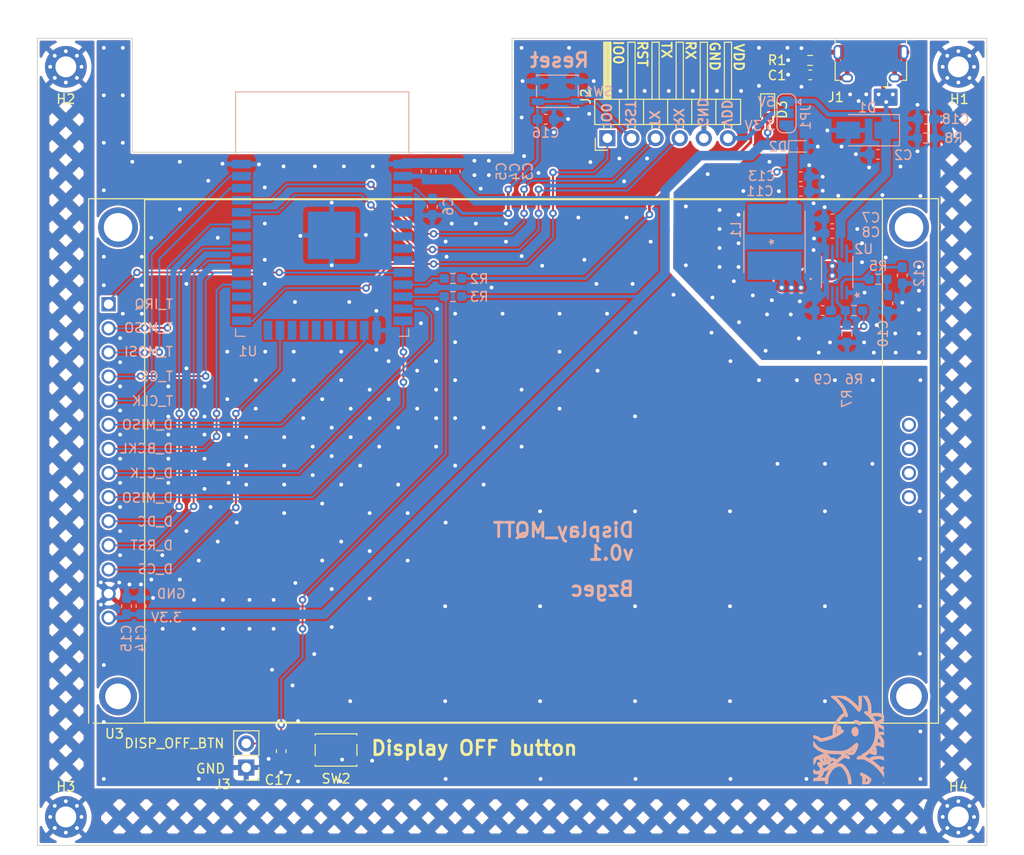
<source format=kicad_pcb>
(kicad_pcb (version 20211014) (generator pcbnew)
  (layers (0 "F.Cu" signal) (31 "B.Cu" signal) (34 "B.Paste" user) (35 "F.Paste" user) (36 "B.SilkS" user "B.Silkscreen") (37 "F.SilkS" user "F.Silkscreen") (38 "B.Mask" user) (39 "F.Mask" user) (44 "Edge.Cuts" user))
  (net 0 "")
  (net 1 "Net-(C1-Pad1)")
  (net 2 "GND")
  (net 3 "+5V")
  (net 4 "+3V3")
  (net 5 "/MCU/RST")
  (net 6 "Net-(C9-Pad1)")
  (net 7 "Net-(C10-Pad1)")
  (net 8 "Net-(C12-Pad1)")
  (net 9 "Net-(D3-Pad1)")
  (net 13 "/MCU/IO0")
  (net 14 "/MCU/UART_TX")
  (net 15 "/MCU/UART_RX")
  (net 16 "Net-(J2-Pad6)")
  (net 17 "Net-(L1-Pad1)")
  (net 18 "/MCU/LED_STATUS")
  (net 19 "Net-(R6-Pad2)")
  (net 20 "/MCU/SCREEN_OFF_BTN")
  (net 27 "/MCU/TOUCH.IRQ")
  (net 29 "/MCU/DISP.SPI_CLK")
  (net 30 "/MCU/DISP.SPI_MISO")
  (net 31 "/MCU/DISP.SPI_MOSI")
  (net 38 "/MCU/DISP.SPI_CS")
  (net 41 "/MCU/DISP.BCKL")
  (net 42 "/MCU/TOUCH.SPI_CS")
  (net 43 "/MCU/DISP.RST")
  (net 44 "/MCU/DISP.DC")
  (net 46 "/MCU/TOUCH.SPI_MISO")
  (net 47 "/MCU/TOUCH.SPI_MOSI")
  (net 48 "/MCU/TOUCH.SPI_CLK")
  (net 53 "/HOUSING")
  (footprint "Diode_SMD:D_0603_1608Metric_Pad1.05x0.95mm_HandSolder" (layer "F.Cu") (at 158.914 35.508 -90)
    (fp_text reference "D3")
    (fp_text value "LED")
  )
  (footprint "Connector_USB:USB_Micro-B_Amphenol_10118194_Horizontal" (layer "F.Cu") (at 169.78625 30.7632 180)
    (fp_text reference "J1")
    (fp_text value "USB_B_Micro")
  )
  (footprint "MountingHole:MountingHole_2.2mm_M2_Pad_Via" (layer "F.Cu") (at 85 31)
    (fp_text reference "H2")
    (fp_text value "MountingHole_Pad")
  )
  (footprint "myLib:SW_SPST_PTS810" (layer "F.Cu") (at 113.4605 102.95)
    (fp_text reference "SW2")
    (fp_text value "SCREEN_OFF_BTN")
  )
  (footprint "myLib:ILI9341" (layer "F.Cu") (at 89.5 56)
    (fp_text reference "U3")
    (fp_text value "Display_ILI9341")
  )
  (footprint "Resistor_SMD:R_0603_1608Metric_Pad0.98x0.95mm_HandSolder" (layer "F.Cu") (at 163.3875 30.325 180)
    (fp_text reference "R1")
    (fp_text value "1M")
  )
  (footprint "MountingHole:MountingHole_2.2mm_M2_Pad_Via" (layer "F.Cu") (at 179 110)
    (fp_text reference "H4")
    (fp_text value "MountingHole_Pad")
  )
  (footprint "Connector_PinHeader_2.54mm:PinHeader_1x02_P2.54mm_Vertical" (layer "F.Cu") (at 104 104.8 180)
    (fp_text reference "J3")
    (fp_text value "External button")
  )
  (footprint "Capacitor_SMD:C_0603_1608Metric_Pad1.08x0.95mm_HandSolder" (layer "F.Cu") (at 107.682 103.075 -90)
    (fp_text reference "C17")
    (fp_text value "4.7nF")
  )
  (footprint "MountingHole:MountingHole_2.2mm_M2_Pad_Via" (layer "F.Cu") (at 179 31)
    (fp_text reference "H1")
    (fp_text value "MountingHole_Pad")
  )
  (footprint "MountingHole:MountingHole_2.2mm_M2_Pad_Via" (layer "F.Cu") (at 85 110)
    (fp_text reference "H3")
    (fp_text value "MountingHole_Pad")
  )
  (footprint "Connector_PinHeader_2.54mm:PinHeader_1x06_P2.54mm_Horizontal" (layer "F.Cu") (at 142.033 38.514 90)
    (fp_text reference "J2")
    (fp_text value "Conn_01x06_Male")
  )
  (footprint "Capacitor_SMD:C_0603_1608Metric_Pad1.08x0.95mm_HandSolder" (layer "F.Cu") (at 163.4 31.85 180)
    (fp_text reference "C1")
    (fp_text value "4.7nF")
  )
  (footprint "Capacitor_SMD:C_0603_1608Metric_Pad1.08x0.95mm_HandSolder" (layer "B.Cu") (at 91.39 87.7995 90)
    (fp_text reference "C15")
    (fp_text value "0.1uF")
  )
  (footprint "Capacitor_SMD:C_0603_1608Metric_Pad1.08x0.95mm_HandSolder" (layer "B.Cu") (at 126 42 90)
    (fp_text reference "C3")
    (fp_text value "10uF")
  )
  (footprint "Resistor_SMD:R_0603_1608Metric_Pad0.98x0.95mm_HandSolder" (layer "B.Cu") (at 170.556381 53.371)
    (fp_text reference "R5")
    (fp_text value "82k")
  )
  (footprint "Capacitor_SMD:C_0603_1608Metric_Pad1.08x0.95mm_HandSolder" (layer "B.Cu") (at 171.572381 55.911 -90)
    (fp_text reference "C10")
    (fp_text value "330pF")
  )
  (footprint "Capacitor_SMD:C_0603_1608Metric_Pad1.08x0.95mm_HandSolder" (layer "B.Cu") (at 122.952 42 90)
    (fp_text reference "C5")
    (fp_text value "0.1uF")
  )
  (footprint "Resistor_SMD:R_0603_1608Metric_Pad0.98x0.95mm_HandSolder" (layer "B.Cu") (at 167.254381 59.1095 -90)
    (fp_text reference "R7")
    (fp_text value "15k")
  )
  (footprint "Jumper:SolderJumper-3_P1.3mm_Bridged12_RoundedPad1.0x1.5mm" (layer "B.Cu") (at 160.9 35.9 -90)
    (fp_text reference "JP1")
    (fp_text value "Jumper_3_Bridged12")
  )
  (footprint "myLib:tabaluga_10x10" (layer "B.Cu") (at 166.848701 101.57029 180)
    (fp_text reference "G***" hide)
    (fp_text value "LOGO" hide)
  )
  (footprint "Capacitor_SMD:C_0603_1608Metric_Pad1.08x0.95mm_HandSolder" (layer "B.Cu") (at 164.714381 56.673 180)
    (fp_text reference "C9")
    (fp_text value "0.047uF")
  )
  (footprint "Capacitor_SMD:C_0603_1608Metric_Pad1.08x0.95mm_HandSolder" (layer "B.Cu") (at 165.730381 48.545 180)
    (fp_text reference "C8")
    (fp_text value "0.1uF")
  )
  (footprint "myLib:SW_SPST_PTS810" (layer "B.Cu") (at 136.775 33.575)
    (fp_text reference "SW1")
    (fp_text value "RST_BTN")
  )
  (footprint "clipboard:7993e13b-3ecd-4363-bb88-0d37e634a5af" (layer "B.Cu") (at 93.89 56.4 180)
    (fp_text reference "")
    (fp_text value "")
  )
  (footprint "Resistor_SMD:R_0603_1608Metric_Pad0.98x0.95mm_HandSolder" (layer "B.Cu") (at 175.6 38.5 180)
    (fp_text reference "R8")
    (fp_text value "1M")
  )
  (footprint "Resistor_SMD:R_0603_1608Metric_Pad0.98x0.95mm_HandSolder" (layer "B.Cu") (at 168.016381 56.673 180)
    (fp_text reference "R6")
    (fp_text value "24.9k")
  )
  (footprint "Capacitor_SMD:C_0603_1608Metric_Pad1.08x0.95mm_HandSolder" (layer "B.Cu") (at 92.914 87.7995 90)
    (fp_text reference "C14")
    (fp_text value "10uF")
  )
  (footprint "Resistor_SMD:R_0603_1608Metric_Pad0.98x0.95mm_HandSolder" (layer "B.Cu") (at 125.767 55.193 180)
    (fp_text reference "R3")
    (fp_text value "51k")
  )
  (footprint "Capacitor_SMD:C_0603_1608Metric_Pad1.08x0.95mm_HandSolder" (layer "B.Cu") (at 165.730381 47.021 180)
    (fp_text reference "C7")
    (fp_text value "10uF")
  )
  (footprint "myLib:NR6028T100M" (layer "B.Cu") (at 159.634381 49.434 90)
    (fp_text reference "L1")
    (fp_text value "10uF")
  )
  (footprint "Capacitor_SMD:C_0603_1608Metric_Pad1.08x0.95mm_HandSolder" (layer "B.Cu") (at 162.428381 44.1)
    (fp_text reference "C11")
    (fp_text value "0.1uF")
  )
  (footprint "Diode_SMD:D_SMA" (layer "B.Cu") (at 169.4 37.675 180)
    (fp_text reference "D1")
    (fp_text value "D_Zener - 5.0V")
  )
  (footprint "Capacitor_SMD:C_0603_1608Metric_Pad1.08x0.95mm_HandSolder" (layer "B.Cu") (at 124.476 42 90)
    (fp_text reference "C4")
    (fp_text value "10uF")
  )
  (footprint "Capacitor_SMD:C_0603_1608Metric_Pad1.08x0.95mm_HandSolder" (layer "B.Cu") (at 135.5465 36.521)
    (fp_text reference "C16")
    (fp_text value "4.7nF")
  )
  (footprint "Capacitor_SMD:C_0603_1608Metric_Pad1.08x0.95mm_HandSolder" (layer "B.Cu") (at 123.6 45.75 -90)
    (fp_text reference "C6")
    (fp_text value "0.1uF")
  )
  (footprint "Capacitor_SMD:C_0603_1608Metric_Pad1.08x0.95mm_HandSolder" (layer "B.Cu") (at 170.525 40.225 180)
    (fp_text reference "C2")
    (fp_text value "4.7uF")
  )
  (footprint "Diode_SMD:D_SOD-523" (layer "B.Cu") (at 162.275 39.375)
    (fp_text reference "D2")
    (fp_text value "D_Zener - 3.3V")
  )
  (footprint "Capacitor_SMD:C_0603_1608Metric_Pad1.08x0.95mm_HandSolder" (layer "B.Cu") (at 175.6 36.5 180)
    (fp_text reference "C18")
    (fp_text value "4.7nF")
  )
  (footprint "RF_Module:ESP32-WROOM-32" (layer "B.Cu") (at 112 49.5 180)
    (fp_text reference "U1")
    (fp_text value "ESP32-WROOM-32")
  )
  (footprint "Capacitor_SMD:C_0603_1608Metric_Pad1.08x0.95mm_HandSolder" (layer "B.Cu") (at 162.401881 42.576)
    (fp_text reference "C13")
    (fp_text value "10uF")
  )
  (footprint "Resistor_SMD:R_0603_1608Metric_Pad0.98x0.95mm_HandSolder" (layer "B.Cu") (at 125.767 53.288 180)
    (fp_text reference "R2")
    (fp_text value "1.5k")
  )
  (footprint "myLib:MAX1821EUB+" (layer "B.Cu") (at 166.238381 52.609 90)
    (fp_text reference "U2")
    (fp_text value "MAX1821")
  )
  (footprint "Capacitor_SMD:C_0603_1608Metric_Pad1.08x0.95mm_HandSolder" (layer "B.Cu") (at 173.096381 52.9635 -90)
    (fp_text reference "C12")
    (fp_text value "0.1pF")
  )
  (gr_line (start 92 28) (end 82 28) (layer "Edge.Cuts") (width 0.1))
  (gr_line (start 82 113) (end 182 113) (layer "Edge.Cuts") (width 0.1))
  (gr_line (start 132 40) (end 132 28) (layer "Edge.Cuts") (width 0.1))
  (gr_line (start 182 113) (end 182 28) (layer "Edge.Cuts") (width 0.1))
  (gr_line (start 82 28) (end 82 113) (layer "Edge.Cuts") (width 0.1))
  (gr_line (start 92 28) (end 92 40) (layer "Edge.Cuts") (width 0.1))
  (gr_line (start 132 28) (end 182 28) (layer "Edge.Cuts") (width 0.1))
  (gr_line (start 92 40) (end 132 40) (layer "Edge.Cuts") (width 0.1))
  (gr_text "Display_MQTT\nv0.1" (at 145 81) (layer "B.SilkS") (effects (font (size 1.5 1.5) (thickness 0.3)) (justify left mirror)))
  (gr_text "D_DC" (at 94.404762 78.9) (layer "B.SilkS") (effects (font (size 1 1)) (justify mirror)))
  (gr_text "Bzgec" (at 145 86) (layer "B.SilkS") (effects (font (size 1.5 1.5) (thickness 0.3)) (justify left mirror)))
  (gr_text "GND" (at 152.056 35.786333 -90) (layer "B.SilkS") (effects (font (size 1 1) (thickness 0.2)) (justify mirror)))
  (gr_text "VDD" (at 154.596 35.881571 -90) (layer "B.SilkS") (effects (font (size 1 1) (thickness 0.2)) (justify mirror)))
  (gr_text "3.3V" (at 95.6 89) (layer "B.SilkS") (effects (font (size 1 1)) (justify mirror)))
  (gr_text "D_MISO" (at 93.595239 76.4) (layer "B.SilkS") (effects (font (size 1 1)) (justify mirror)))
  (gr_text "TX" (at 146.976 36.453 -90) (layer "B.SilkS") (effects (font (size 1 1) (thickness 0.2)) (justify mirror)))
  (gr_text "5V" (at 158.787 34.683) (layer "B.SilkS") (effects (font (size 1 1)) (justify mirror)))
  (gr_text "GND" (at 96.1 86.5) (layer "B.SilkS") (effects (font (size 1 1)) (justify mirror)))
  (gr_text "D_CLK" (at 94 73.8) (layer "B.SilkS") (effects (font (size 1 1)) (justify mirror)))
  (gr_text "D_MISO" (at 93.595239 68.7) (layer "B.SilkS") (effects (font (size 1 1)) (justify mirror)))
  (gr_text "Reset" (at 137 30.3) (layer "B.SilkS") (effects (font (size 1.5 1.5) (thickness 0.3)) (justify mirror)))
  (gr_text "3.3V" (at 158.1 37.2) (layer "B.SilkS") (effects (font (size 1 1)) (justify mirror)))
  (gr_text "RX" (at 149.516 36.333952 -90) (layer "B.SilkS") (effects (font (size 1 1) (thickness 0.2)) (justify mirror)))
  (gr_text "D_BCKL" (at 93.5 71.2) (layer "B.SilkS") (effects (font (size 1 1)) (justify mirror)))
  (gr_text "RST" (at 144.436 35.953 -90) (layer "B.SilkS") (effects (font (size 1 1) (thickness 0.2)) (justify mirror)))
  (gr_text "IO0" (at 141.896 36.072048 -90) (layer "B.SilkS") (effects (font (size 1 1) (thickness 0.2)) (justify mirror)))
  (gr_text "D_RST" (at 94.04762 81.4) (layer "B.SilkS") (effects (font (size 1 1)) (justify mirror)))
  (gr_text "D_CS" (at 94.428572 83.9) (layer "B.SilkS") (effects (font (size 1 1)) (justify mirror)))
  (gr_text "GND" (at 153.336 29.878 270) (layer "F.SilkS") (effects (font (size 1 1) (thickness 0.2))))
  (gr_text "TX" (at 148.256 29.243 270) (layer "F.SilkS") (effects (font (size 1 1) (thickness 0.2))))
  (gr_text "IO0" (at 143.176 29.497 270) (layer "F.SilkS") (effects (font (size 1 1) (thickness 0.2))))
  (gr_text "Display OFF button" (at 117 102.755) (layer "F.SilkS") (effects (font (size 1.5 1.5) (thickness 0.3)) (justify left)))
  (gr_text "RST" (at 145.716 29.624 270) (layer "F.SilkS") (effects (font (size 1 1) (thickness 0.2))))
  (gr_text "DISP_OFF_BTN" (at 96.43 102.247) (layer "F.SilkS") (effects (font (size 1 1))))
  (gr_text "VDD" (at 155.876 30.005 270) (layer "F.SilkS") (effects (font (size 1 1) (thickness 0.2))))
  (gr_text "RX" (at 150.796 29.243 270) (layer "F.SilkS") (effects (font (size 1 1) (thickness 0.2))))
  (gr_text "GND" (at 100.24 104.914) (layer "F.SilkS") (effects (font (size 1 1))))
  (segment (start 164.3 30.325) (end 164.3 31.8125) (width 0.4) (layer "F.Cu") (net 1))
  (segment (start 166.28625 29.4632) (end 165.1618 29.4632) (width 0.4) (layer "F.Cu") (net 1))
  (segment (start 164.3 31.8125) (end 164.2625 31.85) (width 0.4) (layer "F.Cu") (net 1))
  (segment (start 173.28625 29.4632) (end 166.28625 29.4632) (width 0.4) (layer "F.Cu") (net 1))
  (segment (start 165.1618 29.4632) (end 164.3 30.325) (width 0.4) (layer "F.Cu") (net 1))
  (segment (start 107.7695 104.025) (end 107.682 103.9375) (width 0.4) (layer "F.Cu") (net 2))
  (segment (start 168.5 34.6) (end 168.48625 34.58625) (width 0.4) (layer "F.Cu") (net 2))
  (segment (start 114.1545 104.025) (end 114.0955 103.966) (width 0.2) (layer "F.Cu") (net 2))
  (segment (start 162.475 30.325) (end 161.097 30.325) (width 0.2) (layer "F.Cu") (net 2))
  (segment (start 107.682 105.3102) (end 107.682 103.9375) (width 0.5) (layer "F.Cu") (net 2))
  (segment (start 162.5375 33.0275) (end 162.5375 31.85) (width 0.2) (layer "F.Cu") (net 2))
  (segment (start 168.88625 33.48625) (end 169.3 33.9) (width 0.4) (layer "F.Cu") (net 2))
  (segment (start 128.032 40.8835) (end 128.032 42.4075) (width 1) (layer "F.Cu") (net 2))
  (segment (start 162.47 33.095) (end 162.5375 33.0275) (width 0.2) (layer "F.Cu") (net 2))
  (segment (start 111.3855 104.025) (end 107.7695 104.025) (width 0.4) (layer "F.Cu") (net 2))
  (segment (start 168.13625 33.48625) (end 168.925 34.275) (width 0.4) (layer "F.Cu") (net 2))
  (segment (start 168.6 34.6) (end 168.925 34.275) (width 0.4) (layer "F.Cu") (net 2))
  (segment (start 168.01375 33.48625) (end 168.13625 33.48625) (width 0.4) (layer "F.Cu") (net 2))
  (segment (start 167.6 33.9) (end 169.3 33.9) (width 0.4) (layer "F.Cu") (net 2))
  (segment (start 129.556 42.4075) (end 129.556 41.3915) (width 1) (layer "F.Cu") (net 2))
  (segment (start 168.48625 34.58625) (end 168.48625 33.48625) (width 0.4) (layer "F.Cu") (net 2))
  (segment (start 117.2105 104.025) (end 117.2605 104.075) (width 0.2) (layer "F.Cu") (net 2))
  (segment (start 162.5375 31.85) (end 161.098 31.85) (width 0.2) (layer "F.Cu") (net 2))
  (segment (start 168.48625 33.48625) (end 168.88625 33.48625) (width 0.4) (layer "F.Cu") (net 2))
  (segment (start 106.4109 103.9375) (end 107.682 103.9375) (width 0.5) (layer "F.Cu") (net 2))
  (segment (start 168.225 34.1475) (end 168.225 34.15) (width 0.4) (layer "F.Cu") (net 2))
  (segment (start 162.475 30.325) (end 162.475 29.036) (width 0.2) (layer "F.Cu") (net 2))
  (segment (start 168.925 34.275) (end 169.3 33.9) (width 0.4) (layer "F.Cu") (net 2))
  (segment (start 168.5 34.6) (end 168.6 34.6) (width 0.4) (layer "F.Cu") (net 2))
  (segment (start 168.01375 33.48625) (end 167.6 33.9) (width 0.4) (layer "F.Cu") (net 2))
  (segment (start 168.5 34.6) (end 168.3 34.6) (width 0.4) (layer "F.Cu") (net 2))
  (segment (start 115.5355 104.025) (end 114.1545 104.025) (width 0.2) (layer "F.Cu") (net 2))
  (segment (start 161.097 30.325) (end 161.073 30.301) (width 0.2) (layer "F.Cu") (net 2))
  (segment (start 129.556 41.3915) (end 129.556 40.8835) (width 1) (layer "F.Cu") (net 2))
  (segment (start 168.3 34.6) (end 167.6 33.9) (width 0.4) (layer "F.Cu") (net 2))
  (segment (start 168.88625 33.48625) (end 168.225 34.1475) (width 0.4) (layer "F.Cu") (net 2))
  (segment (start 115.5355 104.025) (end 117.2105 104.025) (width 0.2) (layer "F.Cu") (net 2))
  (segment (start 106.3612 103.8878) (end 106.4109 103.9375) (width 0.5) (layer "F.Cu") (net 2))
  (segment (start 90.628 85.352) (end 89.5 86.48) (width 0.5) (layer "F.Cu") (net 2))
  (segment (start 168.48625 33.48625) (end 168.01375 33.48625) (width 0.4) (layer "F.Cu") (net 2))
  (segment (start 90.628 85.3092) (end 90.628 85.352) (width 0.5) (layer "F.Cu") (net 2))
  (segment (start 162.475 29.036) (end 162.47 29.031) (width 0.2) (layer "F.Cu") (net 2))
  (segment (start 161.098 31.85) (end 161.073 31.825) (width 0.2) (layer "F.Cu") (net 2))
  (segment (start 168.48625 32.1632) (end 168.48625 33.48625) (width 0.4) (layer "F.Cu") (net 2))
  (via (at 89 106) (size 0.8) (drill 0.4) (layers "F.Cu" "B.Cu") (net 2))
  (via (at 138 29) (size 0.8) (drill 0.4) (layers "F.Cu" "B.Cu") (net 2))
  (via (at 103 79) (size 0.8) (drill 0.4) (layers "F.Cu" "B.Cu") (net 2))
  (via (at 109.17 85.36) (size 0.8) (drill 0.4) (layers "F.Cu" "B.Cu") (net 2))
  (via (at 164.2 39.4) (size 0.8) (drill 0.4) (layers "F.Cu" "B.Cu") (net 2))
  (via (at 89 94) (size 0.8) (drill 0.4) (layers "F.Cu" "B.Cu") (net 2))
  (via (at 153.1 55.3) (size 0.8) (drill 0.4) (layers "F.Cu" "B.Cu") (net 2))
  (via (at 114 61) (size 0.8) (drill 0.4) (layers "F.Cu" "B.Cu") (net 2))
  (via (at 126 64) (size 0.8) (drill 0.4) (layers "F.Cu" "B.Cu") (net 2))
  (via (at 91 39) (size 0.8) (drill 0.4) (layers "F.Cu" "B.Cu") (net 2))
  (via (at 174.7 39.9) (size 0.8) (drill 0.4) (layers "F.Cu" "B.Cu") (net 2))
  (via (at 91.6948 85.5124) (size 0.8) (drill 0.4) (layers "F.Cu" "B.Cu") (net 2))
  (via (at 94 85) (size 0.8) (drill 0.4) (layers "F.Cu" "B.Cu") (net 2))
  (via (at 134.784 42.176) (size 0.8) (drill 0.4) (layers "F.Cu" "B.Cu") (net 2))
  (via (at 174.852381 54.578) (size 0.8) (drill 0.4) (layers "F.Cu" "B.Cu") (net 2))
  (via (at 170 64) (size 0.8) (drill 0.4) (layers "F.Cu" "B.Cu") (net 2))
  (via (at 131 57) (size 0.8) (drill 0.4) (layers "F.Cu" "B.Cu") (net 2))
  (via (at 111 74) (size 0.8) (drill 0.4) (layers "F.Cu" "B.Cu") (net 2))
  (via (at 114.0955 103.966) (size 0.8) (drill 0.4) (layers "F.Cu" "B.Cu") (net 2))
  (via (at 141 63) (size 0.8) (drill 0.4) (layers "F.Cu" "B.Cu") (net 2))
  (via (at 108 75) (size 0.8) (drill 0.4) (layers "F.Cu" "B.Cu") (net 2))
  (via (at 124 68) (size 0.8) (drill 0.4) (layers "F.Cu" "B.Cu") (net 2))
  (via (at 120 75) (size 0.8) (drill 0.4) (layers "F.Cu" "B.Cu") (net 2))
  (via (at 156.12 33.54) (size 0.8) (drill 0.4) (layers "F.Cu" "B.Cu") (net 2))
  (via (at 174.95 92.81) (size 0.8) (drill 0.4) (layers "F.Cu" "B.Cu") (net 2))
  (via (at 126 57) (size 0.8) (drill 0.4) (layers "F.Cu" "B.Cu") (net 2))
  (via (at 133.006 36.334) (size 0.8) (drill 0.4) (layers "F.Cu" "B.Cu") (net 2))
  (via (at 97.7 62.75) (size 0.8) (drill 0.4) (layers "F.Cu" "B.Cu") (net 2))
  (via (at 169.95 72.81) (size 0.8) (drill 0.4) (layers "F.Cu" "B.Cu") (net 2))
  (via (at 97.7 79.895) (size 0.8) (drill 0.4) (layers "F.Cu" "B.Cu") (net 2))
  (via (at 113 69) (size 0.8) (drill 0.4) (layers "F.Cu" "B.Cu") (net 2))
  (via (at 145 106) (size 0.8) (drill 0.4) (layers "F.Cu" "B.Cu") (net 2))
  (via (at 109.46 106.25) (size 0.8) (drill 0.4) (layers "F.Cu" "B.Cu") (net 2))
  (via (at 88.683 85.292) (size 0.8) (drill 0.4) (layers "F.Cu" "B.Cu") (net 2))
  (via (at 137 61) (size 0.8) (drill 0.4) (layers "F.Cu" "B.Cu") (net 2))
  (via (at 95.16 82.435) (size 0.8) (drill 0.4) (layers "F.Cu" "B.Cu") (net 2))
  (via (at 105.955 51.32) (size 0.8) (drill 0.4) (layers "F.Cu" "B.Cu") (net 2))
  (via (at 106 61) (size 0.8) (drill 0.4) (layers "F.Cu" "B.Cu") (net 2))
  (via (at 104 73) (size 0.8) (drill 0.4) (layers "F.Cu" "B.Cu") (net 2))
  (via (at 131.355 49.415) (size 0.8) (drill 0.4) (layers "F.Cu" "B.Cu") (net 2))
  (via (at 172.4 61.1) (size 0.8) (drill 0.4) (layers "F.Cu" "B.Cu") (net 2))
  (via (at 175 101) (size 0.8) (drill 0.4) (layers "F.Cu" "B.Cu") (net 2))
  (via (at 159.1 41) (size 0.8) (drill 0.4) (layers "F.Cu" "B.Cu") (net 2))
  (via (at 119 66) (size 0.8) (drill 0.4) (layers "F.Cu" "B.Cu") (net 2))
  (via (at 104 70) (size 0.8) (drill 0.4) (layers "F.Cu" "B.Cu") (net 2))
  (via (at 174.852381 61.078) (size 0.8) (drill 0.4) (layers "F.Cu" "B.Cu") (net 2))
  (via (at 124.95 97.81) (size 0.8) (drill 0.4) (layers "F.Cu" "B.Cu") (net 2))
  (via (at 143.42 33.54) (size 0.8) (drill 0.4) (layers "F.Cu" "B.Cu") (net 2))
  (via (at 158.7 60.9) (size 0.8) (drill 0.4) (layers "F.Cu" "B.Cu") (net 2))
  (via (at 101.5 41.2) (size 0.8) (drill 0.4) (layers "F.Cu" "B.Cu") (net 2))
  (via (at 124.1 56.5) (size 0.8) (drill 0.4) (layers "F.Cu" "B.Cu") (net 2))
  (via (at 116.6 48.7) (size 0.8) (drill 0.4) (layers "F.Cu" "B.Cu") (net 2))
  (via (at 174.95 77.81) (size 0.8) (drill 0.4) (layers "F.Cu" "B.Cu") (net 2))
  (via (at 144.95 87.81) (size 0.8) (drill 0.4) (layers "F.Cu" "B.Cu") (net 2))
  (via (at 155.852381 46.578) (size 0.8) (drill 0.4) (layers "F.Cu" "B.Cu") (net 2))
  (via (at 143.801 43.065) (size 0.8) (drill 0.4) (layers "F.Cu" "B.Cu") (net 2))
  (via (at 134.95 87.81) (size 0.8) (drill 0.4) (layers "F.Cu" "B.Cu") (net 2))
  (via (at 89 34) (size 0.8) (drill 0.4) (layers "F.Cu" "B.Cu") (net 2))
  (via (at 93 57) (size 0.8) (drill 0.4) (layers "F.Cu" "B.Cu") (net 2))
  (via (at 158 64) (size 0.8) (drill 0.4) (layers "F.Cu" "B.Cu") (net 2))
  (via (at 89 54) (size 0.8) (drill 0.4) (layers "F.Cu" "B.Cu") (net 2))
  (via (at 154.95 97.81) (size 0.8) (drill 0.4) (layers "F.Cu" "B.Cu") (net 2))
  (via (at 112 83) (size 0.8) (drill 0.4) (layers "F.Cu" "B.Cu") (net 2))
  (via (at 153.852381 50.078) (size 0.8) (drill 0.4) (layers "F.Cu" "B.Cu") (net 2))
  (via (at 97.7 53.86) (size 0.8) (drill 0.4) (layers "F.Cu" "B.Cu") (net 2))
  (via (at 117 82) (size 0.8) (drill 0.4) (layers "F.Cu" "B.Cu") (net 2))
  (via (at 95.795 64.655) (size 0.8) (drill 0.4) (layers "F.Cu" "B.Cu") (net 2))
  (via (at 114 64) (size 0.8) (drill 0.4) (layers "F.Cu" "B.Cu") (net 2))
  (via (at 124 65) (size 0.8) (drill 0.4) (layers "F.Cu" "B.Cu") (net 2))
  (via (at 120 69) (size 0.8) (drill 0.4) (layers "F.Cu" "B.Cu") (net 2))
  (via (at 113 86) (size 0.8) (drill 0.4) (layers "F.Cu" "B.Cu") (net 2))
  (via (at 108.876 96.151) (size 0.8) (drill 0.4) (layers "F.Cu" "B.Cu") (net 2))
  (via (at 90.715 79.895) (size 0.8) (drill 0.4) (layers "F.Cu" "B.Cu") (net 2))
  (via (at 95.2 90.186) (size 0.8) (drill 0.4) (layers "F.Cu" "B.Cu") (net 2))
  (via (at 145.96 33.54) (size 0.8) (drill 0.4) (layers "F.Cu" "B.Cu") (net 2))
  (via (at 90.715 69.735) (size 0.8) (drill 0.4) (layers "F.Cu" "B.Cu") (net 2))
  (via (at 107.931 41.481) (size 0.8) (drill 0.4) (layers "F.Cu" "B.Cu") (net 2))
  (via (at 173.096381 55.834) (size 0.8) (drill 0.4) (layers "F.Cu" "B.Cu") (net 2))
  (via (at 98.502 87.138) (size 0.8) (drill 0.4) (layers "F.Cu" "B.Cu") (net 2))
  (via (at 152.6 42.3) (size 0.8) (drill 0.4) (layers "F.Cu" "B.Cu") (net 2))
  (via (at 115 70) (size 0.8) (drill 0.4) (layers "F.Cu" "B.Cu") (net 2))
  (via (at 125 79) (size 0.8) (drill 0.4) (layers "F.Cu" "B.Cu") (net 2))
  (via (at 159.95 72.81) (size 0.8) (drill 0.4) (layers "F.Cu" "B.Cu") (net 2))
  (via (at 116 73) (size 0.8) (drill 0.4) (layers "F.Cu" "B.Cu") (net 2))
  (via (at 105.955 43.7) (size 0.8) (drill 0.4) (layers "F.Cu" "B.Cu") (net 2))
  (via (at 114 75) (size 0.8) (drill 0.4) (layers "F.Cu" "B.Cu") (net 2))
  (via (at 164.95 87.81) (size 0.8) (drill 0.4) (layers "F.Cu" "B.Cu") (net 2))
  (via (at 174.852381 56.578) (size 0.8) (drill 0.4) (layers "F.Cu" "B.Cu") (net 2))
  (via (at 164.714381 42.576) (size 0.8) (drill 0.4) (layers "F.Cu" "B.Cu") (net 2))
  (via (at 117 65) (size 0.8) (drill 0.4) (layers "F.Cu" "B.Cu") (net 2))
  (via (at 121 78) (size 0.8) (drill 0.4) (layers "F.Cu" "B.Cu") (net 2))
  (via (at 155.852381 49.578) (size 0.8) (drill 0.4) (layers "F.Cu" "B.Cu") (net 2))
  (via (at 106.3612 103.8878) (size 0.8) (drill 0.4) (layers "F.Cu" "B.Cu") (net 2))
  (via (at 133 29) (size 0.8) (drill 0.4) (layers "F.Cu" "B.Cu") (net 2))
  (via (at 128.032 42.4075) (size 0.8) (drill 0.4) (layers "F.Cu" "B.Cu") (net 2))
  (via (at 161 29) (size 0.8) (drill 0.4) (layers "F.Cu" "B.Cu") (net 2))
  (via (at 162 64) (size 0.8) (drill 0.4) (layers "F.Cu" "B.Cu") (net 2))
  (via (at 170.1 61.1) (size 0.8) (drill 0.4) (layers "F.Cu" "B.Cu") (net 2))
  (via (at 155.9 57.9) (size 0.8) (drill 0.4) (layers "F.Cu" "B.Cu") (net 2))
  (via (at 126 68) (size 0.8) (drill 0.4) (layers "F.Cu" "B.Cu") (net 2))
  (via (at 163.291981 41.3568) (size 0.8) (drill 0.4) (layers "F.Cu" "B.Cu") (net 2))
  (via (at 97 46) (size 0.8) (drill 0.4) (layers "F.Cu" "B.Cu") (net 2))
  (via (at 138.975 46.875) (size 0.8) (drill 0.4) (layers "F.Cu" "B.Cu") (net 2))
  (via (at 111.233 41.481) (size 0.8) (drill 0.4) (layers "F.Cu" "B.Cu") (net 2))
  (via (at 94 49) (size 0.8) (drill 0.4) (layers "F.Cu" "B.Cu") (net 2))
  (via (at 99.605 69.735) (size 0.8) (drill 0.4) (layers "F.Cu" "B.Cu") (net 2))
  (via (at 106.884 87.138) (size 0.8) (drill 0.4) (layers "F.Cu" "B.Cu") (net 2))
  (via (at 106.717 94.5) (size 0.8) (drill 0.4) (layers "F.Cu" "B.Cu") (net 2))
  (via (at 101 49) (size 0.8) (drill 0.4) (layers "F.Cu" "B.Cu") (net 2))
  (via (at 151.04 33.54) (size 0.8) (drill 0.4) (layers "F.Cu" "B.Cu") (net 2))
  (via (at 160.1 44.1) (size 0.8) (drill 0.4) (layers "F.Cu" "B.Cu") (net 2))
  (via (at 156.352381 44.078) (size 0.8) (drill 0.4) (layers "F.Cu" "B.Cu") (net 2))
  (via (at 90.715 77.355) (size 0.8) (drill 0.4) (layers "F.Cu" "B.Cu") (net 2))
  (via (at 144.055 46.875) (size 0.8) (drill 0.4) (layers "F.Cu" "B.Cu") (net 2))
  (via (at 93 51) (size 0.8) (drill 0.4) (layers "F.Cu" "B.Cu") (net 2))
  (via (at 172.352381 59.078) (size 0.8) (drill 0.4) (layers "F.Cu" "B.Cu") (net 2))
  (via (at 139.61 51.32) (size 0.8) (drill 0.4) (layers "F.Cu" "B.Cu") (net 2))
  (via (at 165.478 60.022) (size 0.8) (drill 0.4) (layers "F.Cu" "B.Cu") (net 2))
  (via (at 124 62) (size 0.8) (drill 0.4) (layers "F.Cu" "B.Cu") (net 2))
  (via (at 128.18 47.51) (size 0.8) (drill 0.4) (layers "F.Cu" "B.Cu") (net 2))
  (via (at 114.95 97.81) (size 0.8) (drill 0.4) (layers "F.Cu" "B.Cu") (net 2))
  (via (at 153.852381 52.078) (size 0.8) (drill 0.4) (layers "F.Cu" "B.Cu") (net 2))
  (via (at 102.145 69.735) (size 0.8) (drill 0.4) (layers "F.Cu" "B.Cu") (net 2))
  (via (at 104.344 87.138) (size 0.8) (drill 0.4) (layers "F.Cu" "B.Cu") (net 2))
  (via (at 168.5 34.6) (size 0.8) (drill 0.4) (layers "F.Cu" "B.Cu") (net 2))
  (via (at 125.64 47.51) (size 0.8) (drill 0.4) (layers "F.Cu" "B.Cu") (net 2))
  (via (at 122.4 58) (size 0.8) (drill 0.4) (layers "F.Cu" "B.Cu") (net 2))
  (via (at 129 75) (size 0.8) (drill 0.4) (layers "F.Cu" "B.Cu") (net 2))
  (via (at 133.1 32.5) (size 0.8) (drill 0.4) (layers "F.Cu" "B.Cu") (net 2))
  (via (at 162.3 55.7) (size 0.8) (drill 0.4) (layers "F.Cu" "B.Cu") (net 2))
  (via (at 105.3402 41.2778) (size 0.8) (drill 0.4) (layers "F.Cu" "B.Cu") (net 2))
  (via (at 153 59) (size 0.8) (drill 0.4) (layers "F.Cu" "B.Cu") (net 2))
  (via (at 89 29) (size 0.8) (drill 0.4) (layers "F.Cu" "B.Cu") (net 2))
  (via (at 113 51.9) (size 0.8) (drill 0.4) (layers "F.Cu" "B.Cu") (net 2))
  (via (at 163.749181 45.37) (size 0.8) (drill 0.4) (layers "F.Cu" "B.Cu") (net 2))
  (via (at 135.165 51.955) (size 0.8) (drill 0.4) (layers "F.Cu" "B.Cu") (net 2))
  (via (at 122 67) (size 0.8) (drill 0.4) (layers "F.Cu" "B.Cu") (net 2))
  (via (at 97 85) (size 0.8) (drill 0.4) (layers "F.Cu" "B.Cu") (net 2))
  (via (at 171.352381 51.078) (size 0.8) (drill 0.4) (layers "F.Cu" "B.Cu") (net 2))
  (via (at 167.6 33.9) (size 0.8) (drill 0.4) (layers "F.Cu" "B.Cu") (net 2))
  (via (at 146.214 40.652) (size 0.8) (drill 0.4) (layers "F.Cu" "B.Cu") (net 2))
  (via (at 129.556 40.8835) (size 0.8) (drill 0.4) (layers "F.Cu" "B.Cu") (net 2))
  (via (at 121 83) (size 0.8) (drill 0.4) (layers "F.Cu" "B.Cu") (net 2))
  (via (at 128.688 43.827) (size 0.8) (drill 0.4) (layers "F.Cu" "B.Cu") (net 2))
  (via (at 113.905 106.25) (size 0.8) (drill 0.4) (layers "F.Cu" "B.Cu") (net 2))
  (via (at 155.352381 53.578) (size 0.8) (drill 0.4) (layers "F.Cu" "B.Cu") (net 2))
  (via (at 164.714381 44.0492) (size 0.8) (drill 0.4) (layers "F.Cu" "B.Cu") (net 2))
  (via (at 170.4 58.2) (size 0.8) (drill 0.4) (layers "F.Cu" "B.Cu") (net 2))
  (via (at 90.628 85.3092) (size 0.8) (drill 0.4) (layers "F.Cu" "B.Cu") (net 2))
  (via (at 163 106) (size 0.8) (drill 0.4) (layers "F.Cu" "B.Cu") (net 2))
  (via (at 144.69 53.86) (size 0.8) (drill 0.4) (layers "F.Cu" "B.Cu") (net 2))
  (via (at 126 73) (size 0.8) (drill 0.4) (layers "F.Cu" "B.Cu") (net 2))
  (via (at 108 78) (size 0.8) (drill 0.4) (layers "F.Cu" "B.Cu") (net 2))
  (via (at 114.281 41.481) (size 0.8) (drill 0.4) (layers "F.Cu" "B.Cu") (net 2))
  (via (at 174.852381 52.078) (size 0.8) (drill 0.4) (layers "F.Cu" "B.Cu") (net 2))
  (via (at 161.073 30.301) (size 0.8) (drill 0.4) (layers "F.Cu" "B.Cu") (net 2))
  (via (at 90.715 62.115) (size 0.8) (drill 0.4) (layers "F.Cu" "B.Cu") (net 2))
  (via (at 125.1 51) (size 0.8) (drill 0.4) (layers "F.Cu" "B.Cu") (net 2))
  (via (at 94.184 86.9348) (size 0.8) (drill 0.4) (layers "F.Cu" "B.Cu") (net 2))
  (via (at 169.3 33.9) (size 0.8) (drill 0.4) (layers "F.Cu" "B.Cu") (net 2))
  (via (at 89 44) (size 0.8) (drill 0.4) (layers "F.Cu" "B.Cu") (net 2))
  (via (at 163.749181 50.2976) (size 0.8) (drill 0.4) (layers "F.Cu" "B.Cu") (net 2))
  (via (at 133.26 40.398) (size 0.8) (drill 0.4) (layers "F.Cu" "B.Cu") (net 2))
  (via (at 117.329 41.481) (size 0.8) (drill 0.4) (layers "F.Cu" "B.Cu") (net 2))
  (via (at 158.852381 57.078) (size 0.8) (drill 0.4) (layers "F.Cu" "B.Cu") (net 2))
  (via (at 154.95 77.81) (size 0.8) (drill 0.4) (layers "F.Cu" "B.Cu") (net 2))
  (via (at 126 60) (size 0.8) (drill 0.4) (layers "F.Cu" "B.Cu") (net 2))
  (via (at 102 61) (size 0.8) (drill 0.4) (layers "F.Cu" "B.Cu") (net 2))
  (via (at 113 72) (size 0.8) (drill 0.4) (layers "F.Cu" "B.Cu") (net 2))
  (via (at 158 29) (size 0.8) (drill 0.4) (layers "F.Cu" "B.Cu") (net 2))
  (via (at 99.605 64.655) (size 0.8) (drill 0.4) (layers "F.Cu" "B.Cu") (net 2))
  (via (at 165.2 37.7) (size 0.8) (drill 0.4) (layers "F.Cu" "B.Cu") (net 2))
  (via (at 164.95 77.81) (size 0.8) (drill 0.4) (layers "F.Cu" "B.Cu") (net 2))
  (via (at 117.7 56.7) (size 0.8) (drill 0.4) (layers "F.Cu" "B.Cu") (net 2))
  (via (at 169.078 60.022) (size 0.8) (drill 0.4) (layers "F.Cu" "B.Cu") (net 2))
  (via (at 101.55 90.186) (size 0.8) (drill 0.4) (layers "F.Cu" "B.Cu") (net 2))
  (via (at 90.715 82.435) (size 0.8) (drill 0.4) (layers "F.Cu" "B.Cu") (net 2))
  (via (at 140.88 53.86) (size 0.8) (drill 0.4) (layers "F.Cu" "B.Cu") (net 2))
  (via (at 168.852381 49.578) (size 0.8) (drill 0.4) (layers "F.Cu" "B.Cu") (net 2))
  (via (at 117 78) (size 0.8) (drill 0.4) (layers "F.Cu" "B.Cu") (net 2))
  (via (at 92.914 85.5124) (size 0.8) (drill 0.4) (layers "F.Cu" "B.Cu") (net 2))
  (via (at 175 44.6) (size 0.8) (drill 0.4) (layers "F.Cu" "B.Cu") (net 2))
  (via (at 90.715 67.195) (size 0.8) (drill 0.4) (layers "F.Cu" "B.Cu") (net 2))
  (via (at 98.502 90.186) (size 0.8) (drill 0.4) (layers "F.Cu" "B.Cu") (net 2))
  (via (at 166.352381 44.578) (size 0.8) (drill 0.4) (layers "F.Cu" "B.Cu") (net 2))
  (via (at 99.605 67.83) (size 0.8) (drill 0.4) (layers "F.Cu" "B.Cu") (net 2))
  (via (at 117 68) (size 0.8) (drill 0.4) (layers "F.Cu" "B.Cu") (net 2))
  (via (at 146.595 49.415) (size 0.8) (drill 0.4) (layers "F.Cu" "B.Cu") (net 2))
  (via (at 131.355 47.51) (size 0.8) (drill 0.4) (layers "F.Cu" "B.Cu") (net 2))
  (via (at 144.95 67.81) (size 0.8) (drill 0.4) (layers "F.Cu" "B.Cu") (net 2))
  (via (at 100.24 77.355) (size 0.8) (drill 0.4) (layers "F.Cu" "B.Cu") (net 2))
  (via (at 166 64) (size 0.8) (drill 0.4) (layers "F.Cu" "B.Cu") (net 2))
  (via (at 90.715 74.815) (size 0.8) (drill 0.4) (layers "F.Cu" "B.Cu") (net 2))
  (via (at 174.7 35) (size 0.8) (drill 0.4) (layers "F.Cu" "B.Cu") (net 2))
  (via (at 168.852381 51.578) (size 0.8) (drill 0.4) (layers "F.Cu" "B.Cu") (net 2))
  (via (at 158 33) (size 0.8) (drill 0.4) (layers "F.Cu" "B.Cu") (net 2))
  (via (at 95.795 67.83) (size 0.8) (drill 0.4) (layers "F.Cu" "B.Cu") (net 2))
  (via (at 175 106) (size 0.8) (drill 0.4) (layers "F.Cu" "B.Cu") (net 2))
  (via (at 124 71) (size 0.8) (drill 0.4) (layers "F.Cu" "B.Cu") (net 2))
  (via (at 104 75) (size 0.8) (drill 0.4) (layers "F.Cu" "B.Cu") (net 2))
  (via (at 99 83) (size 0.8) (drill 0.4) (layers "F.Cu" "B.Cu") (net 2))
  (via (at 148.5 33.54) (size 0.8) (drill 0.4) (layers "F.Cu" "B.Cu") (net 2))
  (via (at 153.852381 46.078) (size 0.8) (drill 0.4) (layers "F.Cu" "B.Cu") (net 2))
  (via (at 112 77) (size 0.8) (drill 0.4) (layers "F.Cu" "B.Cu") (net 2))
  (via (at 153.58 33.54) (size 0.8) (drill 0.4) (layers "F.Cu" "B.Cu") (net 2))
  (via (at 118 71) (size 0.8) (drill 0.4) (layers "F.Cu" "B.Cu") (net 2))
  (via (at 109.13 55.765) (size 0.8) (drill 0.4) (layers "F.Cu" "B.Cu") (net 2))
  (via (at 102.145 72.91) (size 0.8) (drill 0.4) (layers "F.Cu" "B.Cu") (net 2))
  (via (at 105 64) (size 0.8) (drill 0.4) (layers "F.Cu" "B.Cu") (net 2))
  (via (at 136.4 37.9) (size 0.8) (drill 0.4) (layers "F.Cu" "B.Cu") (net 2))
  (via (at 91 29) (size 0.8) (drill 0.4) (layers "F.Cu" "B.Cu") (net 2))
  (via (at 108 70) (size 0.8) (drill 0.4) (layers "F.Cu" "B.Cu") (net 2))
  (via (at 105.955 53.86) (size 0.8) (drill 0.4) (layers "F.Cu" "B.Cu") (net 2))
  (via (at 162.2 59.6) (size 0.8) (drill 0.4) (layers "F.Cu" "B.Cu") (net 2))
  (via (at 97 41) (size 0.8) (drill 0.4) (layers "F.Cu" "B.Cu") (net 2))
  (via (at 114.845 55.765) (size 0.8) (drill 0.4) (layers "F.Cu" "B.Cu") (net 2))
  (via (at 162.47 29.031) (size 0.8) (drill 0.4) (layers "F.Cu" "B.Cu") (net 2))
  (via (at 105.955 47.51) (size 0.8) (drill 0.4) (layers "F.Cu" "B.Cu") (net 2))
  (via (at 108 73) (size 0.8) (drill 0.4) (layers "F.Cu" "B.Cu") (net 2))
  (via (at 109.46 99.9) (size 0.8) (drill 0.4) (layers "F.Cu" "B.Cu") (net 2))
  (via (at 112 66) (size 0.8) (drill 0.4) (layers "F.Cu" "B.Cu") (net 2))
  (via (at 161.073 31.825) (size 0.8) (drill 0.4) (layers "F.Cu" "B.Cu") (net 2))
  (via (at 109 61) (size 0.8) (drill 0.4) (layers "F.Cu" "B.Cu") (net 2))
  (via (at 129 69) (size 0.8) (drill 0.4) (layers "F.Cu" "B.Cu") (net 2))
  (via (at 114 81) (size 0.8) (drill 0.4) (layers "F.Cu" "B.Cu") (net 2))
  (via (at 168.2 40.2) (size 0.8) (drill 0.4) (layers "F.Cu" "B.Cu") (net 2))
  (via (at 133.006 50.939) (size 0.8) (drill 0.4) (layers "F.Cu" "B.Cu") (net 2))
  (via (at 150.3 51.9) (size 0.8) (drill 0.4) (layers "F.Cu" "B.Cu") (net 2))
  (via (at 135 106) (size 0.8) (drill 0.4) (layers "F.Cu" "B.Cu") (net 2))
  (via (at 90.715 64.655) (size 0.8) (drill 0.4) (layers "F.Cu" "B.Cu") (net 2))
  (via (at 157.352381 55.078) (size 0.8) (drill 0.4) (layers "F.Cu" "B.Cu") (net 2))
  (via (at 102.145 74.815) (size 0.8) (drill 0.4) (layers "F.Cu" "B.Cu") (net 2))
  (via (at 174.852381 59.078) (size 0.8) (drill 0.4) (layers "F.Cu" "B.Cu") (net 2))
  (via (at 109 64) (size 0.8) (drill 0.4) (layers "F.Cu" "B.Cu") (net 2))
  (via (at 169.6 41.6) (size 0.8) (drill 0.4) (layers "F.Cu" "B.Cu") (net 2))
  (via (at 90.715 59.575) (size 0.8) (drill 0.4) (layers "F.Cu" "B.Cu") (net 2))
  (via (at 140.245 41.033) (size 0.8) (drill 0.4) (layers "F.Cu" "B.Cu") (net 2))
  (via (at 91 34) (size 0.8) (drill 0.4) (layers "F.Cu" "B.Cu") (net 2))
  (via (at 149 55) (size 0.8) (drill 0.4) (layers "F.Cu" "B.Cu") (net 2))
  (via (at 155 62) (size 0.8) (drill 0.4) (layers "F.Cu" "B.Cu") (net 2))
  (via (at 91 57) (size 0.8) (drill 0.4) (layers "F.Cu" "B.Cu") (net 2))
  (via (at 133 71) (size 0.8) (drill 0.4) (layers "F.Cu" "B.Cu") (net 2))
  (via (at 134.95 77.81) (size 0.8) (drill 0.4) (layers "F.Cu" "B.Cu") (net 2))
  (via (at 111.162 92.849) (size 0.8) (drill 0.4) (layers "F.Cu" "B.Cu") (net 2))
  (via (at 133 65) (size 0.8) (drill 0.4) (layers "F.Cu" "B.Cu") (net 2))
  (via (at 129.831 54.241) (size 0.8) (drill 0.4) (layers "F.Cu" "B.Cu") (net 2))
  (via (at 115 67) (size 0.8) (drill 0.4) (layers "F.Cu" "B.Cu") (net 2))
  (via (at 137.9 36.5) (size 0.8) (drill 0.4) (layers "F.Cu" "B.Cu") (net 2))
  (via (at 153.852381 48.078) (size 0.8) (drill 0.4) (layers "F.Cu" "B.Cu") (net 2))
  (via (at 137 57) (size 0.8) (drill 0.4) (layers "F.Cu" "B.Cu") (net 2))
  (via (at 166.7 39.4) (size 0.8) (drill 0.4) (layers "F.Cu" "B.Cu") (net 2))
  (via (at 104.344 90.186) (size 0.8) (drill 0.4) (layers "F.Cu" "B.Cu") (net 2))
  (via (at 95.795 74.815) (size 0.8) (drill 0.4) (layers "F.Cu" "B.Cu") (net 2))
  (via (at 117 87) (size 0.8) (drill 0.4) (layers "F.Cu" "B.Cu") (net 2))
  (via (at 164.95 97.81) (size 0.8) (drill 0.4) (layers "F.Cu" "B.Cu") (net 2))
  (via (at 144.95 77.81) (size 0.8) (drill 0.4) (layers "F.Cu" "B.Cu") (net 2))
  (via (at 168.352381 48.078) (size 0.8) (drill 0.4) (layers "F.Cu" "B.Cu") (net 2))
  (via (at 172.9 41.5) (size 0.8) (drill 0.4) (layers "F.Cu" "B.Cu") (net 2))
  (via (at 175 64) (size 0.8) (drill 0.4) (layers "F.Cu" "B.Cu") (net 2))
  (via (at 122 63) (size 0.8) (drill 0.4) (layers "F.Cu" "B.Cu") (net 2))
  (via (at 140.6 32.5) (size 0.8) (drill 0.4) (layers "F.Cu" "B.Cu") (net 2))
  (via (at 89 39) (size 0.8) (drill 0.4) (layers "F.Cu" "B.Cu") (net 2))
  (via (at 171 44.5) (size 0.8) (drill 0.4) (layers "F.Cu" "B.Cu") (net 2))
  (via (at 107.682 105.3102) (size 0.8) (drill 0.4) (layers "F.Cu" "B.Cu") (net 2))
  (via (at 154.95 87.81) (size 0.8) (drill 0.4) (layers "F.Cu" "B.Cu") (net 2))
  (via (at 102 66) (size 0.8) (drill 0.4) (layers "F.Cu" "B.Cu") (net 2))
  (via (at 150.3 45.7) (size 0.8) (drill 0.4) (layers "F.Cu" "B.Cu") (net 2))
  (via (at 137 67) (size 0.8) (drill 0.4) (layers "F.Cu" "B.Cu") (net 2))
  (via (at 92 41) (size 0.8) (drill 0.4) (layers "F.Cu" "B.Cu") (net 2))
  (via (at 113 90) (size 0.8) (drill 0.4) (layers "F.Cu" "B.Cu") (net 2))
  (via (at 164.3 61.1) (size 0.8) (drill 0.4) (layers "F.Cu" "B.Cu") (net 2))
  (via (at 125 106) (size 0.8) (drill 0.4) (layers "F.Cu" "B.Cu") (net 2))
  (via (at 88.683 87.646) (size 0.8) (drill 0.4) (layers "F.Cu" "B.Cu") (net 2))
  (via (at 99.605 75.45) (size 0.8) (drill 0.4) (layers "F.Cu" "B.Cu") (net 2))
  (via (at 106.884 90.186) (size 0.8) (drill 0.4) (layers "F.Cu" "B.Cu") (net 2))
  (via (at 101 81) (size 0.8) (drill 0.4) (layers "F.Cu" "B.Cu") (net 2))
  (via (at 111 71) (size 0.8) (drill 0.4) (layers "F.Cu" "B.Cu") (net 2))
  (via (at 164.95 72.81) (size 0.8) (drill 0.4) (layers "F.Cu" "B.Cu") (net 2))
  (via (at 110 68) (size 0.8) (drill 0.4) (layers "F.Cu" "B.Cu") (net 2))
  (via (at 109.7 48.8) (size 0.8) (drill 0.4) (layers "F.Cu" "B.Cu") (net 2))
  (via (at 125 49.4) (size 0.8) (drill 0.4) (layers "F.Cu" "B.Cu") (net 2))
  (via (at 117.2605 104.075) (size 0.8) (drill 0.4) (layers "F.Cu" "B.Cu") (net 2))
  (via (at 159.352381 55.578) (size 0.8) (drill 0.4) (layers "F.Cu" "B.Cu") (net 2))
  (via (at 140.118 35.953) (size 0.8) (drill 0.4) (layers "F.Cu" "B.Cu") (net 2))
  (via (at 113 45.3) (size 0.8) (drill 0.4) (layers "F.Cu" "B.Cu") (net 2))
  (via (at 143.293 40.652) (size 0.8) (drill 0.4) (layers "F.Cu" "B.Cu") (net 2))
  (via (at 99 106) (size 0.8) (drill 0.4) (layers "F.Cu" "B.Cu") (net 2))
  (via (at 99.605 72.275) (size 0.8) (drill 0.4) (layers "F.Cu" "B.Cu") (net 2))
  (via (at 95.795 72.275) (size 0.8) (drill 0.4) (layers "F.Cu" "B.Cu") (net 2))
  (via (at 161.352381 57.078) (size 0.8) (drill 0.4) (layers "F.Cu" "B.Cu") (net 2))
  (via (at 169.1193 54.7807) (size 0.8) (drill 0.4) (layers "F.Cu" "B.Cu") (net 2))
  (via (at 100 43) (size 0.8) (drill 0.4) (layers "F.Cu" "B.Cu") (net 2))
  (via (at 162.47 33.095) (size 0.8) (drill 0.4) (layers "F.Cu" "B.Cu") (net 2))
  (via (at 105 67) (size 0.8) (drill 0.4) (layers "F.Cu" "B.Cu") (net 2))
  (via (at 89 100) (size 0.8) (drill 0.4) (layers "F.Cu" "B.Cu") (net 2))
  (via (at 155 106) (size 0.8) (drill 0.4) (layers "F.Cu" "B.Cu") (net 2))
  (via (at 163.799981 49.0784) (size 0.8) (drill 0.4) (layers "F.Cu" "B.Cu") (net 2))
  (via (at 117.7 60.8) (size 0.8) (drill 0.4) (layers "F.Cu" "B.Cu") (net 2))
  (via (at 90.715 72.275) (size 0.8) (drill 0.4) (layers "F.Cu" "B.Cu") (net 2))
  (via (at 119 62) (size 0.8) (drill 0.4) (layers "F.Cu" "B.Cu") (net 2))
  (via (at 174.95 82.81) (size 0.8) (drill 0.4) (layers "F.Cu" "B.Cu") (net 2))
  (via (at 124.95 87.81) (size 0.8) (drill 0.4) (layers "F.Cu" "B.Cu") (net 2))
  (via (at 142 57) (size 0.8) (drill 0.4) (layers "F.Cu" "B.Cu") (net 2))
  (via (at 95.795 69.735) (size 0.8) (drill 0.4) (layers "F.Cu" "B.Cu") (net 2))
  (via (at 93 54) (size 0.8) (drill 0.4) (layers "F.Cu" "B.Cu") (net 2))
  (via (at 134.95 97.81) (size 0.8) (drill 0.4) (layers "F.Cu" "B.Cu") (net 2))
  (via (at 144.95 97.81) (size 0.8) (drill 0.4) (layers "F.Cu" "B.Cu") (net 2))
  (via (at 174.95 87.81) (size 0.8) (drill 0.4) (layers "F.Cu" "B.Cu") (net 2))
  (via (at 129.556 42.4075) (size 0.8) (drill 0.4) (layers "F.Cu" "B.Cu") (net 2))
  (via (at 89 51) (size 0.8) (drill 0.4) (layers "F.Cu" "B.Cu") (net 2))
  (via (at 145 59) (size 0.8) (drill 0.4) (layers "F.Cu" "B.Cu") (net 2))
  (via (at 164.917581 45.7764) (size 0.8) (drill 0.4) (layers "F.Cu" "B.Cu") (net 2))
  (via (at 101.55 87.138) (size 0.8) (drill 0.4) (layers "F.Cu" "B.Cu") (net 2))
  (via (at 155.852381 52.078) (size 0.8) (drill 0.4) (layers "F.Cu" "B.Cu") (net 2))
  (via (at 128.032 40.8835) (size 0.8) (drill 0.4) (layers "F.Cu" "B.Cu") (net 2))
  (segment (start 126 41.1375) (end 127.778 41.1375) (width 1) (layer "B.Cu") (net 2))
  (segment (start 137.879 36.521) (end 137.9 36.5) (width 0.4) (layer "B.Cu") (net 2))
  (segment (start 117.715 58.755) (end 117.715 60.785) (width 0.4) (layer "B.Cu") (net 2))
  (segment (start 134.7 32.5) (end 138.85 32.5) (width 0.4) (layer "B.Cu") (net 2))
  (segment (start 94.1818 86.937) (end 92.914 86.937) (width 0.5) (layer "B.Cu") (net 2))
  (segment (start 171.623181 56.8243) (end 171.572381 56.7735) (width 0.5) (layer "B.Cu") (net 2))
  (segment (start 113 48.745) (end 113 51.9) (width 0.4) (layer "B.Cu") (net 2))
  (segment (start 164.175 39.375) (end 164.2 39.4) (width 0.4) (layer "B.Cu") (net 2))
  (segment (start 88.683 87.578) (end 89.5 86.761) (width 0.5) (layer "B.Cu") (net 2))
  (segment (start 91.6948 85.5124) (end 91.39 85.8172) (width 0.5) (layer "B.Cu") (net 2))
  (segment (start 162.975 39.375) (end 164.175 39.375) (width 0.4) (layer "B.Cu") (net 2))
  (segment (start 136.409 36.521) (end 136.409 37.891) (width 0.4) (layer "B.Cu") (net 2))
  (segment (start 120.6075 41.1375) (end 120.5 41.245) (width 1) (layer "B.Cu") (net 2))
  (segment (start 103.5 41.245) (end 101.545 41.245) (width 0.4) (layer "B.Cu") (net 2))
  (segment (start 165.478 60.022) (end 167.254381 60.022) (width 0.5) (layer "B.Cu") (net 2))
  (segment (start 165.396381 60.022) (end 165.478 60.022) (width 0.5) (layer "B.Cu") (net 2))
  (segment (start 167.495681 54.7807) (end 167.3379 54.7807) (width 0.5) (layer "B.Cu") (net 2))
  (segment (start 171.623181 57.9176) (end 171.623181 56.8243) (width 0.5) (layer "B.Cu") (net 2))
  (segment (start 173.096381 56.546) (end 172.868881 56.7735) (width 0.5) (layer "B.Cu") (net 2))
  (segment (start 163.264381 42.576) (end 164.714381 42.576) (width 0.5) (layer "B.Cu") (net 2))
  (segment (start 174.6875 39.8875) (end 174.7 39.9) (width 0.4) (layer "B.Cu") (net 2))
  (segment (start 164.460381 51.5676) (end 164.460381 52.9392) (width 0.5) (layer "B.Cu") (net 2))
  (segment (start 164.867881 50.1463) (end 165.019181 50.2976) (width 0.5) (layer "B.Cu") (net 2))
  (segment (start 128.032 40.8835) (end 129.556 40.8835) (width 1) (layer "B.Cu") (net 2))
  (segment (start 88.683 87.646) (end 88.683 87.578) (width 0.5) (layer "B.Cu") (net 2))
  (segment (start 169.6625 40.225) (end 169.6625 41.5375) (width 0.4) (layer "B.Cu") (net 2))
  (segment (start 128.032 42.4075) (end 129.556 42.4075) (width 1) (layer "B.Cu") (net 2))
  (segment (start 117.715 60.785) (end 117.7 60.8) (width 0.4) (layer "B.Cu") (net 2))
  (segment (start 163.290881 44.9117) (end 163.749181 45.37) (width 0.5) (layer "B.Cu") (net 2))
  (segment (start 92.914 86.937) (end 92.914 85.5124) (width 0.5) (layer "B.Cu") (net 2))
  (segment (start 109.7 48.8) (end 109.755 48.745) (width 0.4) (layer "B.Cu") (net 2))
  (segment (start 169.1193 54.7807) (end 167.521081 54.7807) (width 0.5) (layer "B.Cu") (net 2))
  (segment (start 169.078 60.022) (end 169.518781 60.022) (width 0.5) (layer "B.Cu") (net 2))
  (segment (start 165.031881 54.7807) (end 163.851881 55.9607) (width 0.5) (layer "B.Cu") (net 2))
  (segment (start 138.85 32.5) (end 140.6 32.5) (width 0.4) (layer "B.Cu") (net 2))
  (segment (start 136.409 37.891) (end 136.4 37.9) (width 0.4) (layer "B.Cu") (net 2))
  (segment (start 127.778 41.1375) (end 128.032 40.8835) (width 1) (layer "B.Cu") (net 2))
  (segment (start 167.4 37.675) (end 167.4 38.7) (width 0.4) (layer "B.Cu") (net 2))
  (segment (start 167.4 38.7) (end 166.7 39.4) (width 0.4) (layer "B.Cu") (net 2))
  (segment (start 168.225 40.225) (end 168.2 40.2) (width 0.4) (layer "B.Cu") (net 2))
  (segment (start 169.518781 60.022) (end 171.623181 57.9176) (width 0.5) (layer "B.Cu") (net 2))
  (segment (start 164.867881 47.021) (end 164.867881 45.8261) (width 0.5) (layer "B.Cu") (net 2))
  (segment (start 163.290881 44.1) (end 164.663581 44.1) (width 0.5) (layer "B.Cu") (net 2))
  (segment (start 163.851881 56.673) (end 163.851881 58.4775) (width 0.5) (layer "B.Cu") (net 2))
  (segment (start 109.755 48.745) (end 113 48.745) (width 0.4) (layer "B.Cu") (net 2))
  (segment (start 174.852381 53.5996) (end 174.625981 53.826) (width 0.3) (layer "B.Cu") (net 2))
  (segment (start 163.264381 42.576) (end 163.264381 41.3844) (width 0.5) (layer "B.Cu") (net 2))
  (segment (start 167.4 37.675) (end 165.225 37.675) (width 0.4) (layer "B.Cu") (net 2))
  (segment (start 136.409 36.521) (end 137.879 36.521) (width 0.4) (layer "B.Cu") (net 2))
  (segment (start 165.225 37.675) (end 165.2 37.7) (width 0.4) (layer "B.Cu") (net 2))
  (segment (start 164.867881 45.8261) (end 164.917581 45.7764) (width 0.5) (layer "B.Cu") (net 2))
  (segment (start 163.264381 41.3844) (end 163.291981 41.3568) (width 0.5) (layer "B.Cu") (net 2))
  (segment (start 164.867881 48.545) (end 164.867881 50.1463) (width 0.5) (layer "B.Cu") (net 2))
  (segment (start 165.019181 51.0088) (end 164.460381 51.5676) (width 0.5) (layer "B.Cu") (net 2))
  (segment (start 167.254381 60.022) (end 169.078 60.022) (width 0.5) (layer "B.Cu") (net 2))
  (segment (start 174.852381 52.078) (end 174.852381 53.5996) (width 0.3) (layer "B.Cu") (net 2))
  (segment (start 89.5 86.109) (end 88.683 85.292) (width 0.5) (layer "B.Cu") (net 2))
  (segment (start 134.7 32.5) (end 133.1 32.5) (width 0.4) (layer "B.Cu") (net 2))
  (segment (start 113 48.745) (end 116.555 48.745) (width 0.4) (layer "B.Cu") (net 2))
  (segment (start 169.6625 41.5375) (end 169.6 41.6) (width 0.4) (layer "B.Cu") (net 2))
  (segment (start 164.663581 44.1) (end 164.714381 44.0492) (width 0.5) (layer "B.Cu") (net 2))
  (segment (start 117.715 58.755) (end 117.715 56.715) (width 0.4) (layer "B.Cu") (net 2))
  (segment (start 174.6875 38.5) (end 174.6875 39.8875) (width 0.4) (layer "B.Cu") (net 2))
  (segment (start 165.069981 54.7426) (end 165.031881 54.7807) (width 0.5) (layer "B.Cu") (net 2))
  (segment (start 165.069981 53.5488) (end 165.069981 54.7426) (width 0.5) (layer "B.Cu") (net 2))
  (segment (start 172.868881 56.7735) (end 171.572381 56.7735) (width 0.5) (layer "B.Cu") (net 2))
  (segment (start 164.460381 52.9392) (end 165.069981 53.5488) (width 0.5) (layer "B.Cu") (net 2))
  (segment (start 89.5 86.761) (end 89.5 86.48) (width 0.5) (layer "B.Cu") (net 2))
  (segment (start 164.333381 48.545) (end 164.867881 48.545) (width 0.5) (layer "B.Cu") (net 2))
  (segment (start 116.555 48.745) (end 116.6 48.7) (width 0.4) (layer "B.Cu") (net 2))
  (segment (start 163.290881 44.1) (end 163.290881 44.9117) (width 0.5) (layer "B.Cu") (net 2))
  (segment (start 173.096381 55.834) (end 173.096381 56.546) (width 0.5) (layer "B.Cu") (net 2))
  (segment (start 174.625981 53.826) (end 173.096381 53.826) (width 0.3) (layer "B.Cu") (net 2))
  (segment (start 90.628 85.3092) (end 91.39 86.0712) (width 0.5) (layer "B.Cu") (net 2))
  (segment (start 167.521081 54.7807) (end 167.508381 54.768) (width 0.5) (layer "B.Cu") (net 2))
  (segment (start 122.952 41.1375) (end 120.6075 41.1375) (width 1) (layer "B.Cu") (net 2))
  (segment (start 165.019181 50.2976) (end 163.749181 50.2976) (width 0.5) (layer "B.Cu") (net 2))
  (segment (start 163.799981 49.0784) (end 164.333381 48.545) (width 0.5) (layer "B.Cu") (net 2))
  (segment (start 173.096381 53.826) (end 173.096381 55.834) (width 0.5) (layer "B.Cu") (net 2))
  (segment (start 117.715 56.715) (end 117.7 56.7) (width 0.4) (layer "B.Cu") (net 2))
  (segment (start 89.5 86.48) (end 89.5 86.109) (width 0.5) (layer "B.Cu") (net 2))
  (segment (start 163.851881 55.9607) (end 163.851881 56.673) (width 0.5) (layer "B.Cu") (net 2))
  (segment (start 94.184 86.9348) (end 94.1818 86.937) (width 0.5) (layer "B.Cu") (net 2))
  (segment (start 174.7375 35.0375) (end 174.7 35) (width 0.4) (layer "B.Cu") (net 2))
  (segment (start 113 48.745) (end 113 45.3) (width 0.4) (layer "B.Cu") (net 2))
  (segment (start 169.6625 40.225) (end 168.225 40.225) (width 0.4) (layer "B.Cu") (net 2))
  (segment (start 103.495 41.27) (end 105.3324 41.27) (width 0.5) (layer "B.Cu") (net 2))
  (segment (start 91.39 86.0712) (end 91.39 86.937) (width 0.5) (layer "B.Cu") (net 2))
  (segment (start 101.545 41.245) (end 101.5 41.2) (width 0.4) (layer "B.Cu") (net 2))
  (segment (start 169.579581 54.7807) (end 171.572381 56.7735) (width 0.5) (layer "B.Cu") (net 2))
  (segment (start 169.579581 54.7807) (end 169.1193 54.7807) (width 0.5) (layer "B.Cu") (net 2))
  (segment (start 91.39 85.8172) (end 91.39 86.0712) (width 0.5) (layer "B.Cu") (net 2))
  (segment (start 122.952 41.1375) (end 126 41.1375) (width 1) (layer "B.Cu") (net 2))
  (segment (start 174.7375 36.5) (end 174.7375 35.0375) (width 0.4) (layer "B.Cu") (net 2))
  (segment (start 105.3324 41.27) (end 105.3402 41.2778) (width 0.5) (layer "B.Cu") (net 2))
  (segment (start 165.019181 50.2976) (end 165.019181 51.0088) (width 0.5) (layer "B.Cu") (net 2))
  (segment (start 167.508381 54.768) (end 167.495681 54.7807) (width 0.5) (layer "B.Cu") (net 2))
  (segment (start 163.851881 58.4775) (end 165.396381 60.022) (width 0.5) (layer "B.Cu") (net 2))
  (segment (start 172.1 33.9) (end 172.1 34) (width 0.4) (layer "F.Cu") (net 3))
  (segment (start 171.08625 33.41375) (end 170.6 33.9) (width 0.4) (layer "F.Cu") (net 3))
  (segment (start 171.08625 31.96) (end 171.08625 33.4) (width 0.4) (layer "F.Cu") (net 3))
  (segment (start 172.1 34) (end 171.4 34.7) (width 0.4) (layer "F.Cu") (net 3))
  (via (at 172.1 33.9) (size 0.8) (drill 0.4) (layers "F.Cu" "B.Cu") (net 3))
  (via (at 170.6 33.9) (size 0.8) (drill 0.4) (layers "F.Cu" "B.Cu") (net 3))
  (via (at 171.4 34.7) (size 0.8) (drill 0.4) (layers "F.Cu" "B.Cu") (net 3))
  (segment (start 171.225 36) (end 171.3875 36.1625) (width 0.5) (layer "B.Cu") (net 3))
  (segment (start 171.3875 40.225) (end 171.3875 42.226381) (width 1) (layer "B.Cu") (net 3))
  (segment (start 165.275 36) (end 171.225 36) (width 0.5) (layer "B.Cu") (net 3))
  (segment (start 166.238381 50.4373) (end 166.238381 48.8995) (width 0.3) (layer "B.Cu") (net 3))
  (segment (start 166.592881 47.021) (end 166.592881 48.545) (width 1) (layer "B.Cu") (net 3))
  (segment (start 163.875 34.6) (end 165.275 36) (width 0.5) (layer "B.Cu") (net 3))
  (segment (start 166.73838 48.690499) (end 166.592881 48.545) (width 0.2) (layer "B.Cu") (net 3))
  (segment (start 171.3875 40.225) (end 171.3875 36.1625) (width 1) (layer "B.Cu") (net 3))
  (segment (start 171.3875 42.226381) (end 166.592881 47.021) (width 1) (layer "B.Cu") (net 3))
  (segment (start 160.9 34.6) (end 163.875 34.6) (width 0.5) (layer "B.Cu") (net 3))
  (segment (start 166.73838 50.4373) (end 166.73838 48.690499) (width 0.3) (layer "B.Cu") (net 3))
  (segment (start 171.3875 36.1625) (end 171.3875 34.7125) (width 0.5) (layer "B.Cu") (net 3))
  (segment (start 170.6 33.9) (end 172.1 33.9) (width 0.4) (layer "B.Cu") (net 3))
  (segment (start 166.238381 48.8995) (end 166.592881 48.545) (width 0.2) (layer "B.Cu") (net 3))
  (segment (start 171.3875 34.7125) (end 171.4 34.7) (width 0.5) (layer "B.Cu") (net 3))
  (segment (start 159.888381 42.068) (end 159.526381 42.43) (width 0.2) (layer "F.Cu") (net 4))
  (segment (start 158.364381 58.578) (end 168.778381 58.578) (width 0.2) (layer "F.Cu") (net 4))
  (segment (start 154.85 42.43) (end 152.268381 45.011619) (width 0.2) (layer "F.Cu") (net 4))
  (segment (start 152.268381 52.482) (end 158.364381 58.578) (width 0.2) (layer "F.Cu") (net 4))
  (segment (start 168.778381 58.578) (end 169.032381 58.324) (width 0.2) (layer "F.Cu") (net 4))
  (segment (start 158.914 36.383) (end 158.914 37.921) (width 0.3) (layer "F.Cu") (net 4))
  (segment (start 152.268381 45.011619) (end 152.268381 52.482) (width 0.2) (layer "F.Cu") (net 4))
  (segment (start 159.526381 42.43) (end 154.85 42.43) (width 0.2) (layer "F.Cu") (net 4))
  (via (at 158.914 37.921) (size 0.8) (drill 0.4) (layers "F.Cu" "B.Cu") (net 4))
  (via (at 159.888381 42.068) (size 0.8) (drill 0.4) (layers "F.Cu" "B.Cu") (net 4))
  (via (at 169.032381 58.324) (size 0.8) (drill 0.4) (layers "F.Cu" "B.Cu") (net 4))
  (segment (start 128.15 45.1) (end 148.1 45.1) (width 1) (layer "B.Cu") (net 4))
  (segment (start 169.032381 56.7765) (end 168.928881 56.673) (width 0.2) (layer "B.Cu") (net 4))
  (segment (start 122.952 42.8625) (end 126 42.8625) (width 1) (layer "B.Cu") (net 4))
  (segment (start 145.493 55.193) (end 145.59 55.29) (width 0.3) (layer "B.Cu") (net 4))
  (segment (start 169.032381 58.324) (end 169.032381 56.7765) (width 0.2) (layer "B.Cu") (net 4))
  (segment (start 145.59 55.29) (end 112.218 88.662) (width 1) (layer "B.Cu") (net 4))
  (segment (start 160.142381 41.814) (end 161.158381 41.814) (width 0.2) (layer "B.Cu") (net 4))
  (segment (start 157.15 40.35) (end 151.75 40.35) (width 1) (layer "B.Cu") (net 4))
  (segment (start 161.539381 44.0735) (end 161.565881 44.1) (width 1) (layer "B.Cu") (net 4))
  (segment (start 161.575 39.375) (end 161.44448 39.24448) (width 1) (layer "B.Cu") (net 4))
  (segment (start 148.1 48.2) (end 148.1 52.78) (width 1) (layer "B.Cu") (net 4))
  (segment (start 151.75 40.35) (end 148.1 44) (width 1) (layer "B.Cu") (net 4))
  (segment (start 161.575 41.843381) (end 161.575 39.375) (width 1) (layer "B.Cu") (net 4))
  (segment (start 161.575 38.169) (end 161.575 37.875) (width 1) (layer "B.Cu") (net 4))
  (segment (start 161.565881 45.4235) (end 159.888381 47.101) (width 1) (layer "B.Cu") (net 4))
  (segment (start 92.914 88.662) (end 91.39 88.662) (width 0.5) (layer "B.Cu") (net 4))
  (segment (start 112.218 88.662) (end 92.914 88.662) (width 1) (layer "B.Cu") (net 4))
  (segment (start 161.575 39.375) (end 161.575 38.169) (width 1) (layer "B.Cu") (net 4))
  (segment (start 159.888381 42.068) (end 160.142381 41.814) (width 0.2) (layer "B.Cu") (net 4))
  (segment (start 161.44448 39.24448) (end 158.96748 39.24448) (width 1) (layer "B.Cu") (net 4))
  (segment (start 148.1 45.1) (end 148.1 48.3) (width 1) (layer "B.Cu") (net 4))
  (segment (start 126 42.95) (end 128.15 45.1) (width 1) (layer "B.Cu") (net 4))
  (segment (start 158.25552 39.24448) (end 157.15 40.35) (width 1) (layer "B.Cu") (net 4))
  (segment (start 161.575 37.875) (end 160.9 37.2) (width 1) (layer "B.Cu") (net 4))
  (segment (start 161.539381 42.576) (end 161.539381 41.879) (width 1) (layer "B.Cu") (net 4))
  (segment (start 161.158381 41.814) (end 161.539381 42.195) (width 0.2) (layer "B.Cu") (net 4))
  (segment (start 126 42.8625) (end 126 42.95) (width 1) (layer "B.Cu") (net 4))
  (segment (start 91.032 89.02) (end 91.39 88.662) (width 0.5) (layer "B.Cu") (net 4))
  (segment (start 158.914 37.921) (end 158.914 39.191) (width 0.3) (layer "B.Cu") (net 4))
  (segment (start 148.1 52.78) (end 145.59 55.29) (width 1) (layer "B.Cu") (net 4))
  (segment (start 122.6045 42.515) (end 122.952 42.8625) (width 0.5) (layer "B.Cu") (net 4))
  (segment (start 89.5 89.02) (end 91.032 89.02) (width 0.5) (layer "B.Cu") (net 4))
  (segment (start 148.1 44) (end 148.1 45.1) (width 1) (layer "B.Cu") (net 4))
  (segment (start 126.6795 55.193) (end 145.493 55.193) (width 0.3) (layer "B.Cu") (net 4))
  (segment (start 161.565881 44.1) (end 161.565881 45.4235) (width 1) (layer "B.Cu") (net 4))
  (segment (start 161.539381 42.195) (end 161.539381 42.576) (width 0.2) (layer "B.Cu") (net 4))
  (segment (start 120.5 42.515) (end 122.6045 42.515) (width 0.5) (layer "B.Cu") (net 4))
  (segment (start 161.539381 41.879) (end 161.575 41.843381) (width 1) (layer "B.Cu") (net 4))
  (segment (start 158.96748 39.24448) (end 158.25552 39.24448) (width 1) (layer "B.Cu") (net 4))
  (segment (start 158.914 39.191) (end 158.96748 39.24448) (width 0.3) (layer "B.Cu") (net 4))
  (segment (start 161.539381 42.576) (end 161.539381 44.0735) (width 1) (layer "B.Cu") (net 4))
  (segment (start 131.6 46.3) (end 131.6 46.421) (width 0.3) (layer "F.Cu") (net 5))
  (segment (start 131.6 46.421) (end 131.609 46.43) (width 0.3) (layer "F.Cu") (net 5))
  (segment (start 131.6 43.9) (end 131.6 46.3) (width 0.3) (layer "F.Cu") (net 5))
  (via (at 131.6 43.9) (size 0.8) (drill 0.4) (layers "F.Cu" "B.Cu") (net 5))
  (via (at 131.609 46.43) (size 0.8) (drill 0.4) (layers "F.Cu" "B.Cu") (net 5))
  (segment (start 134.684 36.521) (end 134.684 40.816) (width 0.3) (layer "B.Cu") (net 5))
  (segment (start 138.85 34.65) (end 140.709 34.65) (width 0.3) (layer "B.Cu") (net 5))
  (segment (start 122.973 44.906) (end 123.5815 44.906) (width 0.2) (layer "B.Cu") (net 5))
  (segment (start 126.783 46.43) (end 125.2405 44.8875) (width 0.3) (layer "B.Cu") (net 5))
  (segment (start 134.684 40.816) (end 131.6 43.9) (width 0.3) (layer "B.Cu") (net 5))
  (segment (start 125.2405 44.8875) (end 123.6 44.8875) (width 0.3) (layer "B.Cu") (net 5))
  (segment (start 134.684 34.666) (end 134.7 34.65) (width 0.3) (layer "B.Cu") (net 5))
  (segment (start 134.684 36.521) (end 134.684 34.666) (width 0.3) (layer "B.Cu") (net 5))
  (segment (start 121.852 43.785) (end 122.973 44.906) (width 0.2) (layer "B.Cu") (net 5))
  (segment (start 123.5815 44.906) (end 123.6 44.8875) (width 0.2) (layer "B.Cu") (net 5))
  (segment (start 120.5 43.785) (end 121.852 43.785) (width 0.2) (layer "B.Cu") (net 5))
  (segment (start 134.7 34.65) (end 138.85 34.65) (width 0.3) (layer "B.Cu") (net 5))
  (segment (start 131.609 46.43) (end 126.783 46.43) (width 0.3) (layer "B.Cu") (net 5))
  (segment (start 140.709 34.65) (end 144.573 38.514) (width 0.3) (layer "B.Cu") (net 5))
  (segment (start 165.738382 54.7807) (end 165.738382 56.511499) (width 0.3) (layer "B.Cu") (net 6))
  (segment (start 165.738382 56.511499) (end 165.576881 56.673) (width 0.3) (layer "B.Cu") (net 6))
  (segment (start 171.468881 53.371) (end 171.468881 54.945) (width 0.3) (layer "B.Cu") (net 7))
  (segment (start 171.468881 54.945) (end 171.572381 55.0485) (width 0.3) (layer "B.Cu") (net 7))
  (segment (start 166.73838 54.7807) (end 166.73838 53.73078) (width 0.3) (layer "B.Cu") (net 8))
  (segment (start 173.096381 52.101) (end 170.175381 52.101) (width 0.3) (layer "B.Cu") (net 8))
  (segment (start 166.73838 53.73078) (end 167.09816 53.371) (width 0.3) (layer "B.Cu") (net 8))
  (segment (start 167.09816 53.371) (end 168.905381 53.371) (width 0.3) (layer "B.Cu") (net 8))
  (segment (start 168.905381 53.371) (end 169.643881 53.371) (width 0.3) (layer "B.Cu") (net 8))
  (segment (start 170.175381 52.101) (end 168.905381 53.371) (width 0.3) (layer "B.Cu") (net 8))
  (segment (start 158.914 34.633) (end 157.136 36.411) (width 0.3) (layer "F.Cu") (net 9))
  (segment (start 151.802 40.334) (end 151.675 40.461) (width 0.3) (layer "F.Cu") (net 9))
  (segment (start 157.136 36.411) (end 157.136 38.937) (width 0.3) (layer "F.Cu") (net 9))
  (segment (start 157.136 38.937) (end 155.739 40.334) (width 0.3) (layer "F.Cu") (net 9))
  (segment (start 155.739 40.334) (end 151.802 40.334) (width 0.3) (layer "F.Cu") (net 9))
  (segment (start 146.468 45.668) (end 146.468 46.557) (width 0.3) (layer "F.Cu") (net 9))
  (segment (start 151.675 40.461) (end 146.468 45.668) (width 0.3) (layer "F.Cu") (net 9))
  (via (at 146.468 46.557) (size 0.8) (drill 0.4) (layers "F.Cu" "B.Cu") (net 9))
  (segment (start 139.737 53.288) (end 126.6795 53.288) (width 0.3) (layer "B.Cu") (net 9))
  (segment (start 146.468 46.557) (end 139.737 53.288) (width 0.3) (layer "B.Cu") (net 9))
  (segment (start 123.735 51.764) (end 119.163 51.764) (width 0.2) (layer "F.Cu") (net 13))
  (segment (start 136.308 42.112) (end 136.308 46.43) (width 0.2) (layer "F.Cu") (net 13))
  (segment (start 119.163 51.764) (end 116.623 54.304) (width 0.2) (layer "F.Cu") (net 13))
  (via (at 136.308 42.112) (size 0.8) (drill 0.4) (layers "F.Cu" "B.Cu") (net 13))
  (via (at 116.623 54.304) (size 0.8) (drill 0.4) (layers "F.Cu" "B.Cu") (net 13))
  (via (at 136.308 46.43) (size 0.8) (drill 0.4) (layers "F.Cu" "B.Cu") (net 13))
  (via (at 123.735 51.764) (size 0.8) (drill 0.4) (layers "F.Cu" "B.Cu") (net 13))
  (segment (start 140.88 41.858) (end 140.626 42.112) (width 0.2) (layer "B.Cu") (net 13))
  (segment (start 136.308 48.97) (end 133.768 51.51) (width 0.2) (layer "B.Cu") (net 13))
  (segment (start 108.114 54.304) (end 104.663 57.755) (width 0.2) (layer "B.Cu") (net 13))
  (segment (start 140.626 42.112) (end 136.308 42.112) (width 0.2) (layer "B.Cu") (net 13))
  (segment (start 142.033 40.705) (end 140.88 41.858) (width 0.2) (layer "B.Cu") (net 13))
  (segment (start 142.033 38.514) (end 142.033 40.705) (width 0.2) (layer "B.Cu") (net 13))
  (segment (start 133.514 51.764) (end 123.735 51.764) (width 0.2) (layer "B.Cu") (net 13))
  (segment (start 116.623 54.304) (end 108.114 54.304) (width 0.2) (layer "B.Cu") (net 13))
  (segment (start 104.663 57.755) (end 103.5 57.755) (width 0.2) (layer "B.Cu") (net 13))
  (segment (start 136.308 46.43) (end 136.308 48.97) (width 0.2) (layer "B.Cu") (net 13))
  (segment (start 133.768 51.51) (end 133.514 51.764) (width 0.2) (layer "B.Cu") (net 13))
  (segment (start 122.338 48.589) (end 117.131 43.382) (width 0.2) (layer "F.Cu") (net 14))
  (segment (start 133.26 43.89) (end 133.26 46.43) (width 0.2) (layer "F.Cu") (net 14))
  (segment (start 123.735 48.589) (end 122.338 48.589) (width 0.2) (layer "F.Cu") (net 14))
  (via (at 123.735 48.589) (size 0.8) (drill 0.4) (layers "F.Cu" "B.Cu") (net 14))
  (via (at 117.131 43.382) (size 0.8) (drill 0.4) (layers "F.Cu" "B.Cu") (net 14))
  (via (at 133.26 46.43) (size 0.8) (drill 0.4) (layers "F.Cu" "B.Cu") (net 14))
  (via (at 133.26 43.89) (size 0.8) (drill 0.4) (layers "F.Cu" "B.Cu") (net 14))
  (segment (start 133.26 46.43) (end 133.26 47.319) (width 0.2) (layer "B.Cu") (net 14))
  (segment (start 133.26 43.89) (end 133.26 43.763) (width 0.2) (layer "B.Cu") (net 14))
  (segment (start 142.626 43.001) (end 147.113 38.514) (width 0.2) (layer "B.Cu") (net 14))
  (segment (start 133.26 47.319) (end 131.99 48.589) (width 0.2) (layer "B.Cu") (net 14))
  (segment (start 134.022 43.001) (end 142.626 43.001) (width 0.2) (layer "B.Cu") (net 14))
  (segment (start 106.568 45.055) (end 103.5 45.055) (width 0.2) (layer "B.Cu") (net 14))
  (segment (start 133.26 43.763) (end 134.022 43.001) (width 0.2) (layer "B.Cu") (net 14))
  (segment (start 108.241 43.382) (end 106.568 45.055) (width 0.2) (layer "B.Cu") (net 14))
  (segment (start 117.131 43.382) (end 108.241 43.382) (width 0.2) (layer "B.Cu") (net 14))
  (segment (start 131.99 48.589) (end 123.735 48.589) (width 0.2) (layer "B.Cu") (net 14))
  (segment (start 121.83 50.24) (end 117.131 45.541) (width 0.2) (layer "F.Cu") (net 15))
  (segment (start 123.608 50.24) (end 121.83 50.24) (width 0.2) (layer "F.Cu") (net 15))
  (segment (start 134.784 43.89) (end 134.784 46.43) (width 0.2) (layer "F.Cu") (net 15))
  (via (at 134.784 46.43) (size 0.8) (drill 0.4) (layers "F.Cu" "B.Cu") (net 15))
  (via (at 117.131 45.541) (size 0.8) (drill 0.4) (layers "F.Cu" "B.Cu") (net 15))
  (via (at 123.608 50.24) (size 0.8) (drill 0.4) (layers "F.Cu" "B.Cu") (net 15))
  (via (at 134.784 43.89) (size 0.8) (drill 0.4) (layers "F.Cu" "B.Cu") (net 15))
  (segment (start 144.15 44.017) (end 149.653 38.514) (width 0.2) (layer "B.Cu") (net 15))
  (segment (start 117.131 45.541) (end 116.115 44.525) (width 0.2) (layer "B.Cu") (net 15))
  (segment (start 134.911 44.017) (end 144.15 44.017) (width 0.2) (layer "B.Cu") (net 15))
  (segment (start 109.13 44.525) (end 107.33 46.325) (width 0.2) (layer "B.Cu") (net 15))
  (segment (start 132.752 50.24) (end 123.608 50.24) (width 0.2) (layer "B.Cu") (net 15))
  (segment (start 116.115 44.525) (end 109.13 44.525) (width 0.2) (layer "B.Cu") (net 15))
  (segment (start 134.784 43.89) (end 134.911 44.017) (width 0.2) (layer "B.Cu") (net 15))
  (segment (start 134.784 46.43) (end 134.784 48.208) (width 0.2) (layer "B.Cu") (net 15))
  (segment (start 134.784 48.208) (end 132.752 50.24) (width 0.2) (layer "B.Cu") (net 15))
  (segment (start 107.33 46.325) (end 103.5 46.325) (width 0.2) (layer "B.Cu") (net 15))
  (segment (start 156.736 38.514) (end 154.733 38.514) (width 0.5) (layer "B.Cu") (net 16))
  (segment (start 159.35 35.9) (end 156.736 38.514) (width 0.5) (layer "B.Cu") (net 16))
  (segment (start 160.9 35.9) (end 159.35 35.9) (width 0.5) (layer "B.Cu") (net 16))
  (via (at 165.730381 51.974) (size 0.8) (drill 0.4) (layers "F.Cu" "B.Cu") (net 17))
  (via (at 162.428381 54.26) (size 0.8) (drill 0.4) (layers "F.Cu" "B.Cu") (net 17))
  (via (at 161.412381 54.26) (size 0.8) (drill 0.4) (layers "F.Cu" "B.Cu") (net 17))
  (via (at 160.396381 54.26) (size 0.8) (drill 0.4) (layers "F.Cu" "B.Cu") (net 17))
  (via (at 165.730381 52.99) (size 0.8) (drill 0.4) (layers "F.Cu" "B.Cu") (net 17))
  (segment (start 162.428381 54.26) (end 162.428381 53.752) (width 0.5) (layer "B.Cu") (net 17))
  (segment (start 165.738382 51.965999) (end 165.730381 51.974) (width 0.3) (layer "B.Cu") (net 17))
  (segment (start 160.396381 52.609) (end 159.888381 52.101) (width 0.5) (layer "B.Cu") (net 17))
  (segment (start 161.412381 53.625) (end 159.888381 52.101) (width 0.5) (layer "B.Cu") (net 17))
  (segment (start 160.777381 52.101) (end 159.888381 52.101) (width 0.5) (layer "B.Cu") (net 17))
  (segment (start 162.428381 53.752) (end 160.777381 52.101) (width 0.5) (layer "B.Cu") (net 17))
  (segment (start 165.738382 50.4373) (end 165.738382 51.965999) (width 0.3) (layer "B.Cu") (net 17))
  (segment (start 161.412381 54.26) (end 161.412381 53.625) (width 0.5) (layer "B.Cu") (net 17))
  (segment (start 160.396381 54.26) (end 160.396381 52.609) (width 0.5) (layer "B.Cu") (net 17))
  (segment (start 165.730381 52.99) (end 165.730381 51.974) (width 0.3) (layer "B.Cu") (net 17))
  (segment (start 123.608 53.288) (end 122.951 53.945) (width 0.2) (layer "B.Cu") (net 18))
  (segment (start 122.951 53.945) (end 120.5 53.945) (width 0.2) (layer "B.Cu") (net 18))
  (segment (start 124.8545 53.288) (end 123.608 53.288) (width 0.2) (layer "B.Cu") (net 18))
  (segment (start 166.238381 55.8075) (end 167.103881 56.673) (width 0.3) (layer "B.Cu") (net 19))
  (segment (start 167.103881 58.0465) (end 167.254381 58.197) (width 0.3) (layer "B.Cu") (net 19))
  (segment (start 167.103881 56.673) (end 167.103881 58.0465) (width 0.3) (layer "B.Cu") (net 19))
  (segment (start 166.238381 54.7807) (end 166.238381 55.8075) (width 0.3) (layer "B.Cu") (net 19))
  (segment (start 110.645 101.875) (end 111.3855 101.875) (width 0.2) (layer "F.Cu") (net 20))
  (segment (start 110.3075 102.2125) (end 110.645 101.875) (width 0.2) (layer "F.Cu") (net 20))
  (segment (start 109.932 87.138) (end 109.932 90.186) (width 0.2) (layer "F.Cu") (net 20))
  (segment (start 107.682 102.2125) (end 110.3075 102.2125) (width 0.2) (layer "F.Cu") (net 20))
  (segment (start 111.3855 101.875) (end 115.5355 101.875) (width 0.2) (layer "F.Cu") (net 20))
  (segment (start 107.682 100.281) (end 107.682 102.2125) (width 0.2) (layer "F.Cu") (net 20))
  (segment (start 107.682 102.2125) (end 107.6345 102.26) (width 0.2) (layer "F.Cu") (net 20))
  (segment (start 107.6345 102.26) (end 104 102.26) (width 0.2) (layer "F.Cu") (net 20))
  (via (at 109.932 87.138) (size 0.8) (drill 0.4) (layers "F.Cu" "B.Cu") (net 20))
  (via (at 109.932 90.186) (size 0.8) (drill 0.4) (layers "F.Cu" "B.Cu") (net 20))
  (via (at 107.682 100.281) (size 0.8) (drill 0.4) (layers "F.Cu" "B.Cu") (net 20))
  (segment (start 125.0215 55.36) (end 124.8545 55.193) (width 0.2) (layer "B.Cu") (net 20))
  (segment (start 107.682 95.484) (end 107.682 100.281) (width 0.2) (layer "B.Cu") (net 20))
  (segment (start 124.8325 55.215) (end 120.5 55.215) (width 0.2) (layer "B.Cu") (net 20))
  (segment (start 109.932 86.884) (end 125.0215 71.7945) (width 0.2) (layer "B.Cu") (net 20))
  (segment (start 109.932 93.234) (end 107.682 95.484) (width 0.2) (layer "B.Cu") (net 20))
  (segment (start 109.932 90.186) (end 109.932 93.234) (width 0.2) (layer "B.Cu") (net 20))
  (segment (start 125.0215 71.7945) (end 125.0215 55.36) (width 0.2) (layer "B.Cu") (net 20))
  (segment (start 124.8545 55.193) (end 124.8325 55.215) (width 0.2) (layer "B.Cu") (net 20))
  (segment (start 109.932 87.138) (end 109.932 86.884) (width 0.2) (layer "B.Cu") (net 20))
  (segment (start 107.479 52.653) (end 92.493 52.653) (width 0.2) (layer "F.Cu") (net 27))
  (via (at 107.479 52.653) (size 0.8) (drill 0.4) (layers "F.Cu" "B.Cu") (net 27))
  (via (at 92.493 52.653) (size 0.8) (drill 0.4) (layers "F.Cu" "B.Cu") (net 27))
  (segment (start 107.501 52.675) (end 107.479 52.653) (width 0.2) (layer "B.Cu") (net 27))
  (segment (start 89.5 55.646) (end 89.5 56) (width 0.2) (layer "B.Cu") (net 27))
  (segment (start 120.5 52.675) (end 107.501 52.675) (width 0.2) (layer "B.Cu") (net 27))
  (segment (start 92.493 52.653) (end 89.5 55.646) (width 0.2) (layer "B.Cu") (net 27))
  (segment (start 123.5 59.8) (end 109.52 73.78) (width 0.2) (layer "B.Cu") (net 29))
  (segment (start 123.5 57.2) (end 123.5 59.8) (width 0.2) (layer "B.Cu") (net 29))
  (segment (start 109.52 73.78) (end 89.5 73.78) (width 0.2) (layer "B.Cu") (net 29))
  (segment (start 120.5 56.485) (end 122.785 56.485) (width 0.2) (layer "B.Cu") (net 29))
  (segment (start 122.785 56.485) (end 123.5 57.2) (width 0.2) (layer "B.Cu") (net 29))
  (segment (start 120.56 64.21) (end 120.56 61.035) (width 0.2) (layer "F.Cu") (net 30))
  (via (at 120.56 64.21) (size 0.8) (drill 0.4) (layers "F.Cu" "B.Cu") (net 30))
  (via (at 120.56 61.035) (size 0.8) (drill 0.4) (layers "F.Cu" "B.Cu") (net 30))
  (segment (start 120.56 61.035) (end 120.5 60.975) (width 0.2) (layer "B.Cu") (net 30))
  (segment (start 89.5 76.32) (end 110.99 76.32) (width 0.2) (layer "B.Cu") (net 30))
  (segment (start 110.99 76.32) (end 120.433 66.877) (width 0.2) (layer "B.Cu") (net 30))
  (segment (start 120.56 66.75) (end 120.56 64.21) (width 0.2) (layer "B.Cu") (net 30))
  (segment (start 120.433 66.877) (end 120.56 66.75) (width 0.2) (layer "B.Cu") (net 30))
  (segment (start 120.5 60.975) (end 120.5 57.755) (width 0.2) (layer "B.Cu") (net 30))
  (segment (start 107.7 68.7) (end 89.5 68.7) (width 0.2) (layer "B.Cu") (net 31))
  (segment (start 116.445 58.755) (end 116.445 59.955) (width 0.2) (layer "B.Cu") (net 31))
  (segment (start 116.445 59.955) (end 107.7 68.7) (width 0.2) (layer "B.Cu") (net 31))
  (segment (start 102.907 67.512) (end 102.907 77.418) (width 0.2) (layer "F.Cu") (net 38))
  (via (at 102.907 77.418) (size 0.8) (drill 0.4) (layers "F.Cu" "B.Cu") (net 38))
  (via (at 102.907 67.512) (size 0.8) (drill 0.4) (layers "F.Cu" "B.Cu") (net 38))
  (segment (start 102.78 77.418) (end 96.258 83.94) (width 0.2) (layer "B.Cu") (net 38))
  (segment (start 107.555 62.864) (end 102.907 67.512) (width 0.2) (layer "B.Cu") (net 38))
  (segment (start 107.555 58.755) (end 107.555 62.864) (width 0.2) (layer "B.Cu") (net 38))
  (segment (start 96.258 83.94) (end 89.5 83.94) (width 0.2) (layer "B.Cu") (net 38))
  (segment (start 102.907 77.418) (end 102.78 77.418) (width 0.2) (layer "B.Cu") (net 38))
  (segment (start 100.875 67.512) (end 100.875 69.925) (width 0.2) (layer "F.Cu") (net 41))
  (via (at 100.875 69.925) (size 0.8) (drill 0.4) (layers "F.Cu" "B.Cu") (net 41))
  (via (at 100.875 67.512) (size 0.8) (drill 0.4) (layers "F.Cu" "B.Cu") (net 41))
  (segment (start 99.56 71.24) (end 89.5 71.24) (width 0.2) (layer "B.Cu") (net 41))
  (segment (start 101.488 53.945) (end 100.875 54.558) (width 0.2) (layer "B.Cu") (net 41))
  (segment (start 100.875 54.558) (end 100.875 67.512) (width 0.2) (layer "B.Cu") (net 41))
  (segment (start 103.5 53.945) (end 101.488 53.945) (width 0.2) (layer "B.Cu") (net 41))
  (segment (start 100.875 69.925) (end 99.56 71.24) (width 0.2) (layer "B.Cu") (net 41))
  (segment (start 99.732 63.575) (end 92.874 63.575) (width 0.2) (layer "F.Cu") (net 42))
  (via (at 99.732 63.575) (size 0.8) (drill 0.4) (layers "F.Cu" "B.Cu") (net 42))
  (via (at 92.874 63.575) (size 0.8) (drill 0.4) (layers "F.Cu" "B.Cu") (net 42))
  (segment (start 92.874 63.575) (end 92.829 63.62) (width 0.2) (layer "B.Cu") (net 42))
  (segment (start 103.5 52.675) (end 100.599 52.675) (width 0.2) (layer "B.Cu") (net 42))
  (segment (start 100.494 52.78) (end 99.732 53.542) (width 0.2) (layer "B.Cu") (net 42))
  (segment (start 92.829 63.62) (end 89.5 63.62) (width 0.2) (layer "B.Cu") (net 42))
  (segment (start 99.732 53.542) (end 99.732 63.575) (width 0.2) (layer "B.Cu") (net 42))
  (segment (start 100.599 52.675) (end 100.494 52.78) (width 0.2) (layer "B.Cu") (net 42))
  (segment (start 98.462 67.512) (end 98.462 77.291) (width 0.2) (layer "F.Cu") (net 43))
  (via (at 98.462 77.291) (size 0.8) (drill 0.4) (layers "F.Cu" "B.Cu") (net 43))
  (via (at 98.462 67.512) (size 0.8) (drill 0.4) (layers "F.Cu" "B.Cu") (net 43))
  (segment (start 99.964 51.405) (end 99.732 51.637) (width 0.2) (layer "B.Cu") (net 43))
  (segment (start 94.353 81.4) (end 89.5 81.4) (width 0.2) (layer "B.Cu") (net 43))
  (segment (start 98.462 52.907) (end 98.462 67.512) (width 0.2) (layer "B.Cu") (net 43))
  (segment (start 103.5 51.405) (end 99.964 51.405) (width 0.2) (layer "B.Cu") (net 43))
  (segment (start 98.462 77.291) (end 94.353 81.4) (width 0.2) (layer "B.Cu") (net 43))
  (segment (start 99.732 51.637) (end 98.462 52.907) (width 0.2) (layer "B.Cu") (net 43))
  (segment (start 96.938 67.512) (end 96.938 77.291) (width 0.2) (layer "F.Cu") (net 44))
  (via (at 96.938 77.291) (size 0.8) (drill 0.4) (layers "F.Cu" "B.Cu") (net 44))
  (via (at 96.938 67.512) (size 0.8) (drill 0.4) (layers "F.Cu" "B.Cu") (net 44))
  (segment (start 96.938 52.653) (end 96.938 67.512) (width 0.2) (layer "B.Cu") (net 44))
  (segment (start 95.369 78.86) (end 89.5 78.86) (width 0.2) (layer "B.Cu") (net 44))
  (segment (start 96.938 77.291) (end 95.369 78.86) (width 0.2) (layer "B.Cu") (net 44))
  (segment (start 99.456 50.135) (end 96.938 52.653) (width 0.2) (layer "B.Cu") (net 44))
  (segment (start 103.5 50.135) (end 99.456 50.135) (width 0.2) (layer "B.Cu") (net 44))
  (segment (start 95.7 58.5) (end 93.3 58.5) (width 0.2) (layer "F.Cu") (net 46))
  (via (at 95.7 58.5) (size 0.8) (drill 0.4) (layers "F.Cu" "B.Cu") (net 46))
  (via (at 93.3 58.5) (size 0.8) (drill 0.4) (layers "F.Cu" "B.Cu") (net 46))
  (segment (start 95.9 51.95) (end 95.7 52.15) (width 0.2) (layer "B.Cu") (net 46))
  (segment (start 95.7 52.15) (end 95.7 58.5) (width 0.2) (layer "B.Cu") (net 46))
  (segment (start 93.26 58.54) (end 89.5 58.54) (width 0.2) (layer "B.Cu") (net 46))
  (segment (start 100.255 47.595) (end 95.9 51.95) (width 0.2) (layer "B.Cu") (net 46))
  (segment (start 93.3 58.5) (end 93.26 58.54) (width 0.2) (layer "B.Cu") (net 46))
  (segment (start 103.5 47.595) (end 100.255 47.595) (width 0.2) (layer "B.Cu") (net 46))
  (segment (start 93.35 61.05) (end 93.3 61.1) (width 0.2) (layer "F.Cu") (net 47))
  (segment (start 94.85 61.05) (end 93.35 61.05) (width 0.2) (layer "F.Cu") (net 47))
  (via (at 93.3 61.1) (size 0.8) (drill 0.4) (layers "F.Cu" "B.Cu") (net 47))
  (via (at 94.85 61.05) (size 0.8) (drill 0.4) (layers "F.Cu" "B.Cu") (net 47))
  (segment (start 94.85 51.235) (end 94.85 61.05) (width 0.2) (layer "B.Cu") (net 47))
  (segment (start 102.3 43.785) (end 94.85 51.235) (width 0.2) (layer "B.Cu") (net 47))
  (segment (start 93.3 61.1) (end 93.28 61.08) (width 0.2) (layer "B.Cu") (net 47))
  (segment (start 103.5 43.785) (end 102.3 43.785) (width 0.2) (layer "B.Cu") (net 47))
  (segment (start 93.28 61.08) (end 89.5 61.08) (width 0.2) (layer "B.Cu") (net 47))
  (segment (start 102.3 42.515) (end 94.05 50.765) (width 0.2) (layer "B.Cu") (net 48))
  (segment (start 103.5 42.515) (end 102.3 42.515) (width 0.2) (layer "B.Cu") (net 48))
  (segment (start 92.14 66.16) (end 89.5 66.16) (width 0.2) (layer "B.Cu") (net 48))
  (segment (start 94.05 64.25) (end 92.14 66.16) (width 0.2) (layer "B.Cu") (net 48))
  (segment (start 94.05 50.765) (end 94.05 64.25) (width 0.2) (layer "B.Cu") (net 48))
  (zone (net 17) (net_name "Net-(L1-Pad1)") (layer "F.Cu") (priority 1) (connect_pads (clearance 0.05)) (min_thickness 0.2) (fill yes (thermal_gap 0.508) (thermal_bridge_width 1) (smoothing fillet) (radius 0.8))
    (polygon (pts (xy 159.634381 52.736) (xy 162.174381 52.736) (xy 163.952381 51.466) (xy 166.492381 51.466) (xy 166.492381 53.498) (xy 164.714381 53.498) (xy 162.936381 54.768) (xy 159.634381 54.768)))
  )
  (zone (net 1) (net_name "Net-(C1-Pad1)") (layer "F.Cu") (priority 2) (connect_pads (clearance 0.254)) (min_thickness 0.254) (fill yes (thermal_gap 0.508) (thermal_bridge_width 0.508))
    (polygon (pts (xy 174.3 33.3) (xy 165.3 33.3) (xy 165.3 32.575) (xy 163.85 32.575) (xy 163.85 28) (xy 174.3 28)))
  )
  (zone (net 3) (net_name "+5V") (layers F&B.Cu) (priority 1) (connect_pads (clearance 0.254)) (min_thickness 0.254) (fill yes (mode hatch) (thermal_gap 0.508) (thermal_bridge_width 0.508) (hatch_thickness 1) (hatch_gap 1) (hatch_orientation 45) (hatch_border_algorithm hatch_thickness) (hatch_min_hole_area 0.3))
    (polygon (pts (xy 172.6 35.1) (xy 170.1 35.1) (xy 170.1 33.3) (xy 172.6 33.3)))
  )
  (zone (net 0) (net_name "") (layers F&B.Cu) (name "GNDPWR") (connect_pads (clearance 0)) (min_thickness 0.2)
    (keepout (tracks allowed) (vias allowed) (pads allowed) (copperpour not_allowed) (footprints allowed))
    (fill (thermal_gap 0.508) (thermal_bridge_width 1))
    (polygon (pts (xy 162.089 40.144) (xy 157.009 40.144) (xy 155.993 41.16) (xy 152.31 41.16) (xy 149.008 44.208) (xy 148.966381 52.228) (xy 158.279 61.861) (xy 175.998381 61.861) (xy 175.932 62.496) (xy 158.025 62.496) (xy 148.204381 52.228) (xy 148.204381 43.846) (xy 151.802 40.525) (xy 155.739 40.525) (xy 156.882 39.382) (xy 162.089 39.382)))
  )
  (zone (net 53) (net_name "/HOUSING") (layers F&B.Cu) (priority 2) (connect_pads (clearance 0.254)) (min_thickness 0.254) (fill yes (mode hatch) (thermal_gap 0.508) (thermal_bridge_width 0.508) (hatch_thickness 1) (hatch_gap 1) (hatch_orientation 45) (hatch_border_algorithm hatch_thickness) (hatch_min_hole_area 0.3))
    (polygon (pts (xy 88 107) (xy 176 107) (xy 176 28) (xy 182 28) (xy 182 113) (xy 82 113) (xy 82 28) (xy 88 28)))
  )
  (zone (net 2) (net_name "GND") (layers F&B.Cu) (connect_pads (clearance 0)) (min_thickness 0.254) (fill yes (thermal_gap 0.508) (thermal_bridge_width 0.508))
    (polygon (pts (xy 176 107) (xy 88 107) (xy 88 28) (xy 176 28)))
  )
)
</source>
